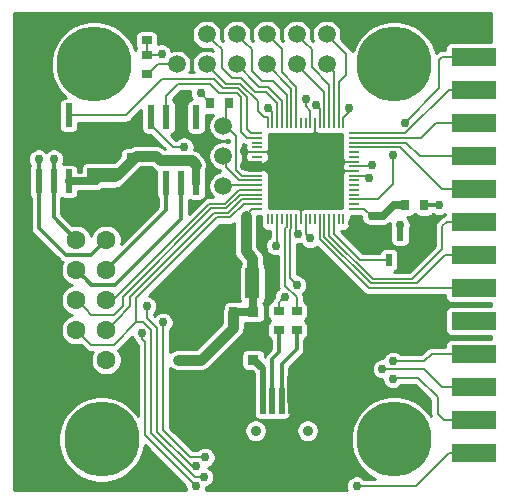
<source format=gtl>
G04 #@! TF.GenerationSoftware,KiCad,Pcbnew,(5.1.0-9-gc61ec8ee3)*
G04 #@! TF.CreationDate,2019-03-28T20:20:23-04:00*
G04 #@! TF.ProjectId,MPG_PSoC,4d50475f-5053-46f4-932e-6b696361645f,rev?*
G04 #@! TF.SameCoordinates,Original*
G04 #@! TF.FileFunction,Copper,L1,Top*
G04 #@! TF.FilePolarity,Positive*
%FSLAX46Y46*%
G04 Gerber Fmt 4.6, Leading zero omitted, Abs format (unit mm)*
G04 Created by KiCad (PCBNEW (5.1.0-9-gc61ec8ee3)) date 2019-03-28 20:20:23*
%MOMM*%
%LPD*%
G04 APERTURE LIST*
%ADD10R,5.000000X5.000000*%
%ADD11O,0.200000X1.000000*%
%ADD12O,1.000000X0.200000*%
%ADD13R,0.599440X1.998980*%
%ADD14C,6.350000*%
%ADD15R,0.700000X0.900000*%
%ADD16R,0.900000X0.700000*%
%ADD17R,1.200000X2.500000*%
%ADD18R,2.500000X1.200000*%
%ADD19R,0.950000X0.900000*%
%ADD20R,1.600000X1.600000*%
%ADD21C,1.600000*%
%ADD22R,2.197100X2.197100*%
%ADD23R,0.497840X2.197100*%
%ADD24C,0.899160*%
%ADD25R,3.810000X1.524000*%
%ADD26R,0.599440X1.000760*%
%ADD27C,1.500000*%
%ADD28C,0.762000*%
%ADD29C,0.203200*%
%ADD30C,0.635000*%
%ADD31C,0.889000*%
%ADD32C,0.304800*%
%ADD33C,0.508000*%
%ADD34C,0.254000*%
G04 APERTURE END LIST*
D10*
X152527000Y-78867000D03*
D11*
X149327000Y-74767000D03*
X149727000Y-74767000D03*
X150127000Y-74767000D03*
X150527000Y-74767000D03*
X150927000Y-74767000D03*
X151327000Y-74767000D03*
X151727000Y-74767000D03*
X152127000Y-74767000D03*
X152527000Y-74767000D03*
X152927000Y-74767000D03*
X153327000Y-74767000D03*
X153727000Y-74767000D03*
X154127000Y-74767000D03*
X154527000Y-74767000D03*
X154927000Y-74767000D03*
X155327000Y-74767000D03*
X155727000Y-74767000D03*
D12*
X156627000Y-75667000D03*
X156627000Y-76067000D03*
X156627000Y-76467000D03*
X156627000Y-76867000D03*
X156627000Y-77267000D03*
X156627000Y-77667000D03*
X156627000Y-78067000D03*
X156627000Y-78467000D03*
X156627000Y-78867000D03*
X156627000Y-79267000D03*
X156627000Y-79667000D03*
X156627000Y-80067000D03*
X156627000Y-80467000D03*
X156627000Y-80867000D03*
X156627000Y-81267000D03*
X156627000Y-81667000D03*
X156627000Y-82067000D03*
D11*
X155727000Y-82967000D03*
X155327000Y-82967000D03*
X154927000Y-82967000D03*
X154527000Y-82967000D03*
X154127000Y-82967000D03*
X153727000Y-82967000D03*
X153327000Y-82967000D03*
X152927000Y-82967000D03*
X152527000Y-82967000D03*
X152127000Y-82967000D03*
X151727000Y-82967000D03*
X151327000Y-82967000D03*
X150927000Y-82967000D03*
X150527000Y-82967000D03*
X150127000Y-82967000D03*
X149727000Y-82967000D03*
X149327000Y-82967000D03*
D12*
X148427000Y-82067000D03*
X148427000Y-81667000D03*
X148427000Y-81267000D03*
X148427000Y-80867000D03*
X148427000Y-80467000D03*
X148427000Y-80067000D03*
X148427000Y-79667000D03*
X148427000Y-79267000D03*
X148427000Y-78867000D03*
X148427000Y-78467000D03*
X148427000Y-78067000D03*
X148427000Y-77667000D03*
X148427000Y-77267000D03*
X148427000Y-76867000D03*
X148427000Y-76467000D03*
X148427000Y-76067000D03*
X148427000Y-75667000D03*
D13*
X143256000Y-79883000D03*
X141986000Y-79883000D03*
X140716000Y-79883000D03*
X139446000Y-79883000D03*
X139446000Y-74295000D03*
X140716000Y-74295000D03*
X141986000Y-74295000D03*
X143256000Y-74295000D03*
D14*
X160020000Y-101600000D03*
X160020000Y-69850000D03*
X135255000Y-101600000D03*
X134620000Y-69850000D03*
D15*
X144907000Y-90805000D03*
X146407000Y-90805000D03*
D16*
X137795000Y-77700000D03*
X137795000Y-76200000D03*
D17*
X145034000Y-88392000D03*
X148034000Y-88392000D03*
D18*
X135255000Y-79248000D03*
X135255000Y-76248000D03*
D19*
X148082000Y-94862000D03*
X148082000Y-90812000D03*
D20*
X133096000Y-94869000D03*
D21*
X135636000Y-94869000D03*
X133096000Y-92329000D03*
X135636000Y-92329000D03*
X133096000Y-89789000D03*
X135636000Y-89789000D03*
X133096000Y-87249000D03*
X135636000Y-87249000D03*
X133096000Y-84709000D03*
X135636000Y-84709000D03*
D22*
X154924760Y-98615500D03*
D23*
X148897340Y-98336100D03*
X149697440Y-98336100D03*
X150495000Y-98336100D03*
X151292560Y-98336100D03*
X152092660Y-98336100D03*
D24*
X148297900Y-100863400D03*
X152694640Y-100863400D03*
D22*
X146065240Y-98615500D03*
X146065240Y-104114600D03*
X154924760Y-104114600D03*
D25*
X166751000Y-102743000D03*
X166751000Y-99949000D03*
X166751000Y-97155000D03*
X166751000Y-94361000D03*
X166751000Y-91567000D03*
X166751000Y-88773000D03*
X166751000Y-85979000D03*
X166751000Y-83185000D03*
X166751000Y-80391000D03*
X166751000Y-77597000D03*
X166751000Y-74803000D03*
X166751000Y-72009000D03*
X166751000Y-69215000D03*
D26*
X161480500Y-86400640D03*
X160528000Y-84287360D03*
X159575500Y-86400640D03*
D16*
X150241000Y-90729000D03*
X150241000Y-92329000D03*
X151765000Y-92329000D03*
X151765000Y-90729000D03*
D15*
X162560000Y-81788000D03*
X160960000Y-81788000D03*
D27*
X144145000Y-69850000D03*
X144145000Y-67310000D03*
X146685000Y-69850000D03*
X146685000Y-67310000D03*
X149225000Y-69850000D03*
X149225000Y-67310000D03*
X151765000Y-69850000D03*
X151765000Y-67310000D03*
X154305000Y-69850000D03*
X154305000Y-67310000D03*
D13*
X132461000Y-74168000D03*
X131191000Y-74168000D03*
X129921000Y-74168000D03*
X128651000Y-74168000D03*
X128651000Y-79756000D03*
X129921000Y-79756000D03*
X131191000Y-79756000D03*
X132461000Y-79756000D03*
D27*
X141605000Y-69850000D03*
X141605000Y-67310000D03*
D16*
X139065000Y-67806000D03*
X139065000Y-66306000D03*
X139065000Y-70688000D03*
X139065000Y-69088000D03*
D15*
X144450000Y-73152000D03*
X146050000Y-73152000D03*
D27*
X145542000Y-75057000D03*
X145542000Y-77597000D03*
X145542000Y-80137000D03*
D28*
X153543000Y-104648000D03*
X154305000Y-80772000D03*
X150368000Y-78359000D03*
X154305000Y-78232000D03*
X154305000Y-79502000D03*
X162306000Y-85471000D03*
X147320000Y-77216000D03*
X147320000Y-78486000D03*
X128651000Y-72390000D03*
X129921000Y-72390000D03*
X131191000Y-72390000D03*
X135255000Y-75057000D03*
X138557000Y-79883000D03*
X141986000Y-72771000D03*
X152781000Y-96266000D03*
X151384000Y-96266000D03*
X150368000Y-79502000D03*
X150749000Y-76454000D03*
X154305000Y-76708000D03*
X157861000Y-85598000D03*
X145034000Y-86360000D03*
X144017984Y-90804984D03*
X156337002Y-84201000D03*
X149606000Y-88392000D03*
X152527000Y-87376000D03*
X148971000Y-85598000D03*
X154432000Y-91059000D03*
X141732000Y-96901000D03*
X144272000Y-99441000D03*
X141605000Y-100076000D03*
X145415000Y-101981000D03*
X146939000Y-101981000D03*
X158115000Y-91059000D03*
X137922000Y-98171000D03*
X162687000Y-93599000D03*
X137922000Y-96520000D03*
X162687000Y-91059000D03*
X158115000Y-93599000D03*
X156972000Y-104394000D03*
X150368000Y-80899000D03*
X156464000Y-83312000D03*
X158369000Y-83947000D03*
X155067000Y-87376000D03*
X130175000Y-99441000D03*
X135001000Y-81153000D03*
X137795000Y-82804000D03*
X137795000Y-75057000D03*
X141605000Y-88900000D03*
X151638000Y-102108000D03*
X149352000Y-102108000D03*
X156845000Y-98806000D03*
X156083000Y-100330000D03*
X144272000Y-97663000D03*
X143764000Y-76327000D03*
X142875000Y-81788000D03*
X151853975Y-84173494D03*
X158115000Y-82677000D03*
X158115000Y-78359000D03*
X156210000Y-73533000D03*
X152527000Y-72771000D03*
X149354517Y-73520414D03*
X141732000Y-94869000D03*
X139827000Y-77597000D03*
X147447000Y-82677028D03*
X143256000Y-78359000D03*
X157861000Y-79502000D03*
X152908000Y-84582000D03*
X153416000Y-73278978D03*
X143891000Y-104775008D03*
X159905494Y-96443387D03*
X143246596Y-105559564D03*
X138684008Y-92583000D03*
X156845000Y-105537000D03*
X144018000Y-103124012D03*
X140462020Y-91694000D03*
X159948534Y-94970564D03*
X143256006Y-103886000D03*
X139065000Y-90297000D03*
X159004000Y-95630974D03*
X131191000Y-77851000D03*
X129921000Y-77851000D03*
X160528000Y-83439000D03*
X163830000Y-81788000D03*
X159893000Y-77527400D03*
X160909000Y-74803000D03*
X150749000Y-89535000D03*
X151767898Y-88516305D03*
X149987000Y-85217000D03*
X142240000Y-76835012D03*
X140335000Y-68961000D03*
X143637000Y-72263000D03*
D29*
X161480500Y-86400640D02*
X161480500Y-86296500D01*
X161480500Y-86296500D02*
X162306000Y-85471000D01*
X148427000Y-77267000D02*
X147371000Y-77267000D01*
X147371000Y-77267000D02*
X147320000Y-77216000D01*
X148427000Y-78467000D02*
X147339000Y-78467000D01*
X147339000Y-78467000D02*
X147320000Y-78486000D01*
X147701000Y-78867000D02*
X147320000Y-78486000D01*
X148427000Y-78867000D02*
X147701000Y-78867000D01*
X147739000Y-78067000D02*
X147320000Y-78486000D01*
X148427000Y-78067000D02*
X147739000Y-78067000D01*
D30*
X128651000Y-74168000D02*
X128651000Y-72390000D01*
X129921000Y-74168000D02*
X129921000Y-72390000D01*
X131191000Y-74168000D02*
X131191000Y-72390000D01*
X135255000Y-76248000D02*
X135255000Y-75057000D01*
X139446000Y-79883000D02*
X138557000Y-79883000D01*
X141986000Y-74295000D02*
X141986000Y-72771000D01*
X152092660Y-98336100D02*
X152092660Y-96954340D01*
X152092660Y-96954340D02*
X152781000Y-96266000D01*
X151292560Y-98336100D02*
X151292560Y-96357440D01*
X151292560Y-96357440D02*
X151384000Y-96266000D01*
D29*
X152127000Y-79267000D02*
X152527000Y-78867000D01*
X152127000Y-82967000D02*
X152127000Y-79267000D01*
D31*
X145034000Y-88392000D02*
X145034000Y-86360000D01*
X144907000Y-90805000D02*
X144906984Y-90804984D01*
X144556799Y-90804984D02*
X144017984Y-90804984D01*
X144906984Y-90804984D02*
X144556799Y-90804984D01*
X144907000Y-88519000D02*
X145034000Y-88392000D01*
X144907000Y-90805000D02*
X144907000Y-88519000D01*
D29*
X153327000Y-78067000D02*
X152527000Y-78867000D01*
X156627000Y-78067000D02*
X153327000Y-78067000D01*
X156627000Y-78867000D02*
X152527000Y-78867000D01*
X153347590Y-78046410D02*
X152527000Y-78867000D01*
X153347590Y-74926419D02*
X153347590Y-78046410D01*
X153327000Y-74767000D02*
X153327000Y-74905829D01*
X153327000Y-74905829D02*
X153347590Y-74926419D01*
X150927000Y-77267000D02*
X152527000Y-78867000D01*
X148427000Y-77267000D02*
X150927000Y-77267000D01*
D30*
X134747000Y-79756000D02*
X135255000Y-79248000D01*
X132461000Y-79756000D02*
X134747000Y-79756000D01*
D31*
X135255000Y-79248000D02*
X136525000Y-79248000D01*
X136525000Y-79248000D02*
X138176000Y-77597000D01*
D30*
X146414000Y-90812000D02*
X146407000Y-90805000D01*
X148082000Y-90812000D02*
X146414000Y-90812000D01*
X148082000Y-88440000D02*
X148034000Y-88392000D01*
X148082000Y-90812000D02*
X148082000Y-88440000D01*
D29*
X151727000Y-84046519D02*
X151853975Y-84173494D01*
X151727000Y-82967000D02*
X151727000Y-84046519D01*
X156627000Y-82067000D02*
X157505000Y-82067000D01*
X157505000Y-82067000D02*
X158115000Y-82677000D01*
X156627000Y-78467000D02*
X158007000Y-78467000D01*
X158007000Y-78467000D02*
X158115000Y-78359000D01*
X156210000Y-73884000D02*
X156210000Y-73533000D01*
X155727000Y-74767000D02*
X155727000Y-74367000D01*
X155727000Y-74367000D02*
X156210000Y-73884000D01*
X152527000Y-73367372D02*
X152527000Y-72771000D01*
X152927000Y-74767000D02*
X152927000Y-73767372D01*
X152927000Y-73767372D02*
X152527000Y-73367372D01*
X149727000Y-73892897D02*
X149354517Y-73520414D01*
X149727000Y-74767000D02*
X149727000Y-73892897D01*
D30*
X159086000Y-82677000D02*
X158115000Y-82677000D01*
X160960000Y-81788000D02*
X159975000Y-81788000D01*
X159975000Y-81788000D02*
X159086000Y-82677000D01*
D31*
X146407000Y-92144000D02*
X143682000Y-94869000D01*
X146407000Y-90805000D02*
X146407000Y-92144000D01*
X143682000Y-94869000D02*
X141732000Y-94869000D01*
X138176000Y-77597000D02*
X139827000Y-77597000D01*
D29*
X147447000Y-82647000D02*
X147447000Y-82677028D01*
X148427000Y-82067000D02*
X148027000Y-82067000D01*
X148027000Y-82067000D02*
X147447000Y-82647000D01*
D31*
X148034000Y-86253000D02*
X147447000Y-85666000D01*
X147447000Y-85666000D02*
X147447000Y-82677028D01*
X148034000Y-88392000D02*
X148034000Y-86253000D01*
D30*
X143256000Y-79883000D02*
X143256000Y-78359000D01*
D29*
X140003000Y-69850000D02*
X141605000Y-69850000D01*
X139065000Y-70688000D02*
X139165000Y-70688000D01*
X139165000Y-70688000D02*
X140003000Y-69850000D01*
D31*
X142875000Y-77978000D02*
X143256000Y-78359000D01*
X139827000Y-77597000D02*
X140208000Y-77978000D01*
X140208000Y-77978000D02*
X142875000Y-77978000D01*
D29*
X157626000Y-79267000D02*
X157861000Y-79502000D01*
X156627000Y-79267000D02*
X157626000Y-79267000D01*
X152527000Y-82967000D02*
X152527001Y-84201001D01*
X152527001Y-84201001D02*
X152908000Y-84582000D01*
X153727000Y-74767000D02*
X153727000Y-73589978D01*
X153727000Y-73589978D02*
X153416000Y-73278978D01*
X138772396Y-91694000D02*
X138176000Y-91694000D01*
X139446000Y-92367604D02*
X138772396Y-91694000D01*
X139446000Y-101092000D02*
X139446000Y-92367604D01*
X143891000Y-104775008D02*
X143129008Y-104775008D01*
X143129008Y-104775008D02*
X139446000Y-101092000D01*
X164211000Y-99949000D02*
X166751000Y-99949000D01*
X163703000Y-99441000D02*
X164211000Y-99949000D01*
X163703000Y-98044000D02*
X163703000Y-99441000D01*
X162052000Y-96393000D02*
X163703000Y-98044000D01*
X159905494Y-96443387D02*
X159955881Y-96393000D01*
X159955881Y-96393000D02*
X162052000Y-96393000D01*
X134366000Y-93599000D02*
X133096000Y-92329000D01*
X138176000Y-91694000D02*
X136271000Y-93599000D01*
X136271000Y-93599000D02*
X134366000Y-93599000D01*
X148427000Y-81667000D02*
X147279490Y-81667000D01*
X147279490Y-81667000D02*
X146142457Y-82804033D01*
X146142457Y-82804033D02*
X145033967Y-82804033D01*
X138176000Y-89662000D02*
X138176000Y-91694000D01*
X145033967Y-82804033D02*
X138176000Y-89662000D01*
X138938000Y-101250968D02*
X138938000Y-93375807D01*
X143246596Y-105559564D02*
X138938000Y-101250968D01*
X138938000Y-93375807D02*
X138684008Y-93121815D01*
X138684008Y-93121815D02*
X138684008Y-92583000D01*
X157383815Y-105537000D02*
X156845000Y-105537000D01*
X161848800Y-105537000D02*
X157383815Y-105537000D01*
X164642800Y-102743000D02*
X161848800Y-105537000D01*
X166751000Y-102743000D02*
X164642800Y-102743000D01*
X136435999Y-91529001D02*
X135636000Y-92329000D01*
X137668000Y-90297000D02*
X136435999Y-91529001D01*
X137668000Y-89535000D02*
X137668000Y-90297000D01*
X144779978Y-82423022D02*
X137668000Y-89535000D01*
X145984638Y-82423022D02*
X144779978Y-82423022D01*
X147140660Y-81267000D02*
X145984638Y-82423022D01*
X148427000Y-81267000D02*
X147140660Y-81267000D01*
X140462020Y-92232815D02*
X140462020Y-91694000D01*
X140462020Y-100838020D02*
X140462020Y-92232815D01*
X144018000Y-103124012D02*
X142748012Y-103124012D01*
X142748012Y-103124012D02*
X140462020Y-100838020D01*
X159973970Y-94996000D02*
X159948534Y-94970564D01*
X162560000Y-94996000D02*
X159973970Y-94996000D01*
X166751000Y-94361000D02*
X163195000Y-94361000D01*
X163195000Y-94361000D02*
X162560000Y-94996000D01*
X148427000Y-80867000D02*
X147001830Y-80867000D01*
X147001830Y-80867000D02*
X145826819Y-82042011D01*
X145826819Y-82042011D02*
X144525991Y-82042011D01*
X144525991Y-82042011D02*
X137033000Y-89535002D01*
X137033000Y-89535002D02*
X137033000Y-90297000D01*
X134366000Y-91059000D02*
X133895999Y-90588999D01*
X133895999Y-90588999D02*
X133096000Y-89789000D01*
X136271000Y-91059000D02*
X134366000Y-91059000D01*
X137033000Y-90297000D02*
X136271000Y-91059000D01*
X139065000Y-90835815D02*
X139065000Y-90297000D01*
X139065000Y-91313000D02*
X139065000Y-90835815D01*
X139954000Y-92202000D02*
X139065000Y-91313000D01*
X139954000Y-100965000D02*
X139954000Y-92202000D01*
X143256006Y-103886000D02*
X142875000Y-103886000D01*
X142875000Y-103886000D02*
X139954000Y-100965000D01*
X159542815Y-95630974D02*
X159004000Y-95630974D01*
X162559974Y-95630974D02*
X159542815Y-95630974D01*
X166751000Y-97155000D02*
X164084000Y-97155000D01*
X164084000Y-97155000D02*
X162559974Y-95630974D01*
X136240172Y-89789000D02*
X135636000Y-89789000D01*
X144368172Y-81661000D02*
X136240172Y-89789000D01*
X145669000Y-81661000D02*
X144368172Y-81661000D01*
X146883590Y-80446410D02*
X145669000Y-81661000D01*
X148010410Y-80446410D02*
X146883590Y-80446410D01*
X148031000Y-80467000D02*
X148010410Y-80446410D01*
X148427000Y-80467000D02*
X148031000Y-80467000D01*
D32*
X133895999Y-88048999D02*
X133096000Y-87249000D01*
X134366000Y-88519000D02*
X133895999Y-88048999D01*
X136398000Y-88519000D02*
X134366000Y-88519000D01*
X141986000Y-79883000D02*
X141986000Y-82931000D01*
X141986000Y-82931000D02*
X136398000Y-88519000D01*
X140716000Y-82169000D02*
X140716000Y-79883000D01*
X135636000Y-87249000D02*
X140716000Y-82169000D01*
X131191000Y-82804000D02*
X133096000Y-84709000D01*
X131191000Y-79756000D02*
X131191000Y-82804000D01*
X131191000Y-79756000D02*
X131191000Y-77851000D01*
X129921000Y-81060290D02*
X129921000Y-79756000D01*
X129921000Y-83693000D02*
X129921000Y-81060290D01*
X132207000Y-85979000D02*
X129921000Y-83693000D01*
X135636000Y-84709000D02*
X134366000Y-85979000D01*
X134366000Y-85979000D02*
X132207000Y-85979000D01*
X129921000Y-79756000D02*
X129921000Y-77851000D01*
X149697440Y-98336100D02*
X149697440Y-94777560D01*
X150241000Y-94234000D02*
X150241000Y-92329000D01*
X149697440Y-94777560D02*
X150241000Y-94234000D01*
X160528000Y-84287360D02*
X160528000Y-83439000D01*
X162560000Y-81788000D02*
X163830000Y-81788000D01*
D29*
X164642800Y-88773000D02*
X166751000Y-88773000D01*
X157861000Y-88773000D02*
X164642800Y-88773000D01*
X153727000Y-82967000D02*
X153727000Y-84639000D01*
X153727000Y-84639000D02*
X157861000Y-88773000D01*
X154127000Y-83487125D02*
X154127000Y-82967000D01*
X154127000Y-84465659D02*
X154127000Y-83487125D01*
X158053330Y-88391989D02*
X154127000Y-84465659D01*
X161925011Y-88391989D02*
X158053330Y-88391989D01*
X166751000Y-85979000D02*
X164338000Y-85979000D01*
X164338000Y-85979000D02*
X161925011Y-88391989D01*
X164465000Y-83185000D02*
X166751000Y-83185000D01*
X164084000Y-83566000D02*
X164465000Y-83185000D01*
X154529197Y-82969197D02*
X154529197Y-84329026D01*
X154527000Y-82967000D02*
X154529197Y-82969197D01*
X154529197Y-84329026D02*
X158211149Y-88010978D01*
X158211149Y-88010978D02*
X161513192Y-88010978D01*
X161513192Y-88010978D02*
X164084000Y-85440170D01*
X164084000Y-85440170D02*
X164084000Y-83566000D01*
X164084000Y-80391000D02*
X164642800Y-80391000D01*
X164642800Y-80391000D02*
X166751000Y-80391000D01*
X160560000Y-76867000D02*
X164084000Y-80391000D01*
X156627000Y-76867000D02*
X160560000Y-76867000D01*
X164642800Y-77597000D02*
X166751000Y-77597000D01*
X162179000Y-77597000D02*
X164642800Y-77597000D01*
X156627000Y-76467000D02*
X161049000Y-76467000D01*
X161049000Y-76467000D02*
X162179000Y-77597000D01*
X164642800Y-74803000D02*
X166751000Y-74803000D01*
X163576000Y-74803000D02*
X164642800Y-74803000D01*
X156627000Y-76067000D02*
X162312000Y-76067000D01*
X162312000Y-76067000D02*
X163576000Y-74803000D01*
X164642800Y-72009000D02*
X166751000Y-72009000D01*
X156627000Y-75667000D02*
X160984800Y-75667000D01*
X160984800Y-75667000D02*
X164642800Y-72009000D01*
X158636000Y-81267000D02*
X156627000Y-81267000D01*
X159893000Y-77527400D02*
X159893000Y-80010000D01*
X159893000Y-80010000D02*
X158636000Y-81267000D01*
X163830000Y-71882000D02*
X160909000Y-74803000D01*
X163830000Y-69469000D02*
X163830000Y-71882000D01*
X166751000Y-69215000D02*
X164084000Y-69215000D01*
X164084000Y-69215000D02*
X163830000Y-69469000D01*
X154927000Y-84188000D02*
X157139640Y-86400640D01*
X154927000Y-82967000D02*
X154927000Y-84188000D01*
X157139640Y-86400640D02*
X159575500Y-86400640D01*
X150241000Y-90729000D02*
X150241000Y-90043000D01*
X150241000Y-90043000D02*
X150368001Y-89915999D01*
X150368001Y-89915999D02*
X150749000Y-89535000D01*
X151327000Y-83723075D02*
X151193574Y-83856501D01*
X151193574Y-87941981D02*
X151386899Y-88135306D01*
X151327000Y-82967000D02*
X151327000Y-83723075D01*
X151193574Y-83856501D02*
X151193574Y-87941981D01*
X151386899Y-88135306D02*
X151767898Y-88516305D01*
X150812563Y-88582563D02*
X151765000Y-89535000D01*
X150927000Y-83584245D02*
X150812563Y-83698682D01*
X151765000Y-89535000D02*
X151765000Y-90175800D01*
X150927000Y-82967000D02*
X150927000Y-83584245D01*
X151765000Y-90175800D02*
X151765000Y-90729000D01*
X150812563Y-83698682D02*
X150812563Y-88582563D01*
X148971000Y-74295000D02*
X148463000Y-73787000D01*
X148463000Y-73787000D02*
X148463000Y-72963340D01*
X148463000Y-72963340D02*
X147000638Y-71500978D01*
X147000638Y-71500978D02*
X145795978Y-71500978D01*
X144894999Y-70599999D02*
X144145000Y-69850000D01*
X145795978Y-71500978D02*
X144894999Y-70599999D01*
X149345990Y-74295000D02*
X148971000Y-74295000D01*
X144894999Y-68059999D02*
X144145000Y-67310000D01*
X145415000Y-68580000D02*
X144894999Y-68059999D01*
X145415000Y-70144122D02*
X145415000Y-68580000D01*
X146263878Y-70993000D02*
X145415000Y-70144122D01*
X150127000Y-73121550D02*
X149209850Y-72204400D01*
X150127000Y-74767000D02*
X150127000Y-73121550D01*
X149209850Y-72204400D02*
X148267600Y-72204400D01*
X148267600Y-72204400D02*
X148267600Y-72194600D01*
X148267600Y-72194600D02*
X147066000Y-70993000D01*
X147066000Y-70993000D02*
X146263878Y-70993000D01*
X148526500Y-71691500D02*
X146685000Y-69850000D01*
X148590000Y-71755000D02*
X148526500Y-71691500D01*
X149352000Y-71755000D02*
X148590000Y-71755000D01*
X150527000Y-74767000D02*
X150527000Y-72930000D01*
X150527000Y-72930000D02*
X149352000Y-71755000D01*
X147434999Y-68059999D02*
X146685000Y-67310000D01*
X150927000Y-72441000D02*
X149760532Y-71274532D01*
X150927000Y-74767000D02*
X150927000Y-72441000D01*
X149760532Y-71274532D02*
X148816468Y-71274532D01*
X148816468Y-71274532D02*
X147955000Y-70413065D01*
X147955000Y-70413065D02*
X147955000Y-68580000D01*
X147955000Y-68580000D02*
X147434999Y-68059999D01*
X151327000Y-71952000D02*
X149225000Y-69850000D01*
X151327000Y-74767000D02*
X151327000Y-71952000D01*
X150495000Y-68580000D02*
X149225000Y-67310000D01*
X150495000Y-70485000D02*
X150495000Y-68580000D01*
X151727000Y-74767000D02*
X151727000Y-71717000D01*
X151727000Y-71717000D02*
X150495000Y-70485000D01*
X152514999Y-70599999D02*
X151765000Y-69850000D01*
X154127000Y-74767000D02*
X154127000Y-72212000D01*
X154127000Y-72212000D02*
X152514999Y-70599999D01*
X152514999Y-68059999D02*
X151765000Y-67310000D01*
X153035000Y-68580000D02*
X152514999Y-68059999D01*
X153035000Y-70103514D02*
X153035000Y-68580000D01*
X154527000Y-74767000D02*
X154527000Y-71595514D01*
X154527000Y-71595514D02*
X153035000Y-70103514D01*
X154927000Y-70472000D02*
X154305000Y-69850000D01*
X154927000Y-74767000D02*
X154927000Y-70472000D01*
X155054999Y-68059999D02*
X154305000Y-67310000D01*
X155956000Y-68961000D02*
X155054999Y-68059999D01*
X155956000Y-70739000D02*
X155956000Y-68961000D01*
X155327000Y-74767000D02*
X155327000Y-71368000D01*
X155327000Y-71368000D02*
X155956000Y-70739000D01*
X150127000Y-85077000D02*
X149987000Y-85217000D01*
X150127000Y-82967000D02*
X150127000Y-85077000D01*
X141701185Y-76835012D02*
X142240000Y-76835012D01*
X139446000Y-74994770D02*
X141286242Y-76835012D01*
X141286242Y-76835012D02*
X141701185Y-76835012D01*
X139446000Y-74295000D02*
X139446000Y-74994770D01*
X147568000Y-76067000D02*
X148427000Y-76067000D01*
X147066000Y-75565000D02*
X147568000Y-76067000D01*
X147066000Y-72644000D02*
X147066000Y-75565000D01*
X146685000Y-72263000D02*
X147066000Y-72644000D01*
X145161000Y-72263000D02*
X146685000Y-72263000D01*
X144406434Y-71508434D02*
X145161000Y-72263000D01*
X141724566Y-71508434D02*
X144406434Y-71508434D01*
X140716000Y-72517000D02*
X141724566Y-71508434D01*
X140716000Y-74295000D02*
X140716000Y-72517000D01*
X147930000Y-75667000D02*
X148427000Y-75667000D01*
X147574000Y-75311000D02*
X147930000Y-75667000D01*
X147574000Y-72613170D02*
X147574000Y-75311000D01*
X137287000Y-74168000D02*
X140335000Y-71120000D01*
X132461000Y-74168000D02*
X137287000Y-74168000D01*
X140335000Y-71120000D02*
X144780000Y-71120000D01*
X144780000Y-71120000D02*
X145541989Y-71881989D01*
X145541989Y-71881989D02*
X146842819Y-71881989D01*
X146842819Y-71881989D02*
X147574000Y-72613170D01*
D32*
X151765000Y-92983800D02*
X151765000Y-92329000D01*
X151765000Y-93980000D02*
X151765000Y-92983800D01*
X150495000Y-98336100D02*
X150495000Y-95250000D01*
X150495000Y-95250000D02*
X151765000Y-93980000D01*
D33*
X148897340Y-95550340D02*
X148209000Y-94862000D01*
X148897340Y-98336100D02*
X148897340Y-95550340D01*
X148770340Y-95550340D02*
X148082000Y-94862000D01*
X148897340Y-95550340D02*
X148770340Y-95550340D01*
D29*
X140208000Y-69088000D02*
X140335000Y-68961000D01*
X139065000Y-69088000D02*
X140208000Y-69088000D01*
X139065000Y-67806000D02*
X139065000Y-69088000D01*
X144450000Y-73076000D02*
X143637000Y-72263000D01*
X144450000Y-73152000D02*
X144450000Y-73076000D01*
X145796000Y-74803000D02*
X145542000Y-75057000D01*
X146050000Y-73152000D02*
X145796000Y-73406000D01*
X145796000Y-73406000D02*
X145796000Y-74803000D01*
X145796000Y-75057000D02*
X145542000Y-75057000D01*
X146659599Y-75920599D02*
X145796000Y-75057000D01*
X146659599Y-78802993D02*
X146659599Y-75920599D01*
X148427000Y-79267000D02*
X147123606Y-79267000D01*
X147123606Y-79267000D02*
X146659599Y-78802993D01*
X145542000Y-77597000D02*
X145796000Y-77851000D01*
X145796000Y-78537512D02*
X145796000Y-78359000D01*
X146923888Y-79665400D02*
X145796000Y-78537512D01*
X148427000Y-79665400D02*
X146923888Y-79665400D01*
X145796000Y-77851000D02*
X145796000Y-78359000D01*
X145632590Y-80046410D02*
X145542000Y-80137000D01*
X148427000Y-80067000D02*
X148406410Y-80046410D01*
X148406410Y-80046410D02*
X145632590Y-80046410D01*
D34*
G36*
X168194617Y-67942543D02*
G01*
X164846000Y-67942543D01*
X164746415Y-67952351D01*
X164650657Y-67981399D01*
X164562405Y-68028571D01*
X164485052Y-68092052D01*
X164421571Y-68169405D01*
X164374399Y-68257657D01*
X164345351Y-68353415D01*
X164335543Y-68453000D01*
X164335543Y-68605400D01*
X164113938Y-68605400D01*
X164083999Y-68602451D01*
X164054060Y-68605400D01*
X164054059Y-68605400D01*
X163964498Y-68614221D01*
X163849588Y-68649079D01*
X163743686Y-68705684D01*
X163650862Y-68781862D01*
X163631765Y-68805132D01*
X163578009Y-68858888D01*
X163561464Y-68775709D01*
X163283832Y-68105446D01*
X162880773Y-67502225D01*
X162367775Y-66989227D01*
X161764554Y-66586168D01*
X161094291Y-66308536D01*
X160382744Y-66167000D01*
X159657256Y-66167000D01*
X158945709Y-66308536D01*
X158275446Y-66586168D01*
X157672225Y-66989227D01*
X157159227Y-67502225D01*
X156756168Y-68105446D01*
X156508941Y-68702304D01*
X156483583Y-68654862D01*
X156465316Y-68620686D01*
X156389138Y-68527862D01*
X156365873Y-68508769D01*
X155517873Y-67660770D01*
X155563000Y-67433902D01*
X155563000Y-67186098D01*
X155514656Y-66943055D01*
X155419825Y-66714114D01*
X155282152Y-66508072D01*
X155106928Y-66332848D01*
X154900886Y-66195175D01*
X154671945Y-66100344D01*
X154428902Y-66052000D01*
X154181098Y-66052000D01*
X153938055Y-66100344D01*
X153709114Y-66195175D01*
X153503072Y-66332848D01*
X153327848Y-66508072D01*
X153190175Y-66714114D01*
X153095344Y-66943055D01*
X153047000Y-67186098D01*
X153047000Y-67433902D01*
X153095344Y-67676945D01*
X153166971Y-67849867D01*
X152977873Y-67660770D01*
X153023000Y-67433902D01*
X153023000Y-67186098D01*
X152974656Y-66943055D01*
X152879825Y-66714114D01*
X152742152Y-66508072D01*
X152566928Y-66332848D01*
X152360886Y-66195175D01*
X152131945Y-66100344D01*
X151888902Y-66052000D01*
X151641098Y-66052000D01*
X151398055Y-66100344D01*
X151169114Y-66195175D01*
X150963072Y-66332848D01*
X150787848Y-66508072D01*
X150650175Y-66714114D01*
X150555344Y-66943055D01*
X150507000Y-67186098D01*
X150507000Y-67433902D01*
X150555344Y-67676945D01*
X150626971Y-67849867D01*
X150437873Y-67660770D01*
X150483000Y-67433902D01*
X150483000Y-67186098D01*
X150434656Y-66943055D01*
X150339825Y-66714114D01*
X150202152Y-66508072D01*
X150026928Y-66332848D01*
X149820886Y-66195175D01*
X149591945Y-66100344D01*
X149348902Y-66052000D01*
X149101098Y-66052000D01*
X148858055Y-66100344D01*
X148629114Y-66195175D01*
X148423072Y-66332848D01*
X148247848Y-66508072D01*
X148110175Y-66714114D01*
X148015344Y-66943055D01*
X147967000Y-67186098D01*
X147967000Y-67433902D01*
X148015344Y-67676945D01*
X148086971Y-67849867D01*
X147897873Y-67660770D01*
X147943000Y-67433902D01*
X147943000Y-67186098D01*
X147894656Y-66943055D01*
X147799825Y-66714114D01*
X147662152Y-66508072D01*
X147486928Y-66332848D01*
X147280886Y-66195175D01*
X147051945Y-66100344D01*
X146808902Y-66052000D01*
X146561098Y-66052000D01*
X146318055Y-66100344D01*
X146089114Y-66195175D01*
X145883072Y-66332848D01*
X145707848Y-66508072D01*
X145570175Y-66714114D01*
X145475344Y-66943055D01*
X145427000Y-67186098D01*
X145427000Y-67433902D01*
X145475344Y-67676945D01*
X145546971Y-67849867D01*
X145357873Y-67660770D01*
X145403000Y-67433902D01*
X145403000Y-67186098D01*
X145354656Y-66943055D01*
X145259825Y-66714114D01*
X145122152Y-66508072D01*
X144946928Y-66332848D01*
X144740886Y-66195175D01*
X144511945Y-66100344D01*
X144268902Y-66052000D01*
X144021098Y-66052000D01*
X143778055Y-66100344D01*
X143549114Y-66195175D01*
X143343072Y-66332848D01*
X143167848Y-66508072D01*
X143030175Y-66714114D01*
X142935344Y-66943055D01*
X142887000Y-67186098D01*
X142887000Y-67433902D01*
X142935344Y-67676945D01*
X143030175Y-67905886D01*
X143167848Y-68111928D01*
X143343072Y-68287152D01*
X143549114Y-68424825D01*
X143778055Y-68519656D01*
X144021098Y-68568000D01*
X144268902Y-68568000D01*
X144495770Y-68522873D01*
X144684867Y-68711971D01*
X144511945Y-68640344D01*
X144268902Y-68592000D01*
X144021098Y-68592000D01*
X143778055Y-68640344D01*
X143549114Y-68735175D01*
X143343072Y-68872848D01*
X143167848Y-69048072D01*
X143030175Y-69254114D01*
X142935344Y-69483055D01*
X142887000Y-69726098D01*
X142887000Y-69973902D01*
X142935344Y-70216945D01*
X143030175Y-70445886D01*
X143073282Y-70510400D01*
X142676718Y-70510400D01*
X142719825Y-70445886D01*
X142814656Y-70216945D01*
X142863000Y-69973902D01*
X142863000Y-69726098D01*
X142814656Y-69483055D01*
X142719825Y-69254114D01*
X142582152Y-69048072D01*
X142406928Y-68872848D01*
X142200886Y-68735175D01*
X141971945Y-68640344D01*
X141728902Y-68592000D01*
X141481098Y-68592000D01*
X141238055Y-68640344D01*
X141175209Y-68666376D01*
X141122821Y-68539901D01*
X141025531Y-68394296D01*
X140901704Y-68270469D01*
X140756099Y-68173179D01*
X140594312Y-68106164D01*
X140422559Y-68072000D01*
X140247441Y-68072000D01*
X140075688Y-68106164D01*
X140025457Y-68126971D01*
X140025457Y-67456000D01*
X140015649Y-67356415D01*
X139986601Y-67260657D01*
X139939429Y-67172405D01*
X139875948Y-67095052D01*
X139798595Y-67031571D01*
X139710343Y-66984399D01*
X139614585Y-66955351D01*
X139515000Y-66945543D01*
X138615000Y-66945543D01*
X138515415Y-66955351D01*
X138419657Y-66984399D01*
X138331405Y-67031571D01*
X138254052Y-67095052D01*
X138190571Y-67172405D01*
X138143399Y-67260657D01*
X138114351Y-67356415D01*
X138104543Y-67456000D01*
X138104543Y-68156000D01*
X138114351Y-68255585D01*
X138143399Y-68351343D01*
X138190571Y-68439595D01*
X138196648Y-68447000D01*
X138190571Y-68454405D01*
X138143399Y-68542657D01*
X138114351Y-68638415D01*
X138112477Y-68657444D01*
X137883832Y-68105446D01*
X137480773Y-67502225D01*
X136967775Y-66989227D01*
X136364554Y-66586168D01*
X135694291Y-66308536D01*
X134982744Y-66167000D01*
X134257256Y-66167000D01*
X133545709Y-66308536D01*
X132875446Y-66586168D01*
X132272225Y-66989227D01*
X131759227Y-67502225D01*
X131356168Y-68105446D01*
X131078536Y-68775709D01*
X130937000Y-69487256D01*
X130937000Y-70212744D01*
X131078536Y-70924291D01*
X131356168Y-71594554D01*
X131759227Y-72197775D01*
X132219505Y-72658053D01*
X132161280Y-72658053D01*
X132061695Y-72667861D01*
X131965937Y-72696909D01*
X131877685Y-72744081D01*
X131800332Y-72807562D01*
X131736851Y-72884915D01*
X131689679Y-72973167D01*
X131660631Y-73068925D01*
X131650823Y-73168510D01*
X131650823Y-75167490D01*
X131660631Y-75267075D01*
X131689679Y-75362833D01*
X131736851Y-75451085D01*
X131800332Y-75528438D01*
X131877685Y-75591919D01*
X131965937Y-75639091D01*
X132061695Y-75668139D01*
X132161280Y-75677947D01*
X132760720Y-75677947D01*
X132860305Y-75668139D01*
X132956063Y-75639091D01*
X133044315Y-75591919D01*
X133121668Y-75528438D01*
X133185149Y-75451085D01*
X133232321Y-75362833D01*
X133261369Y-75267075D01*
X133271177Y-75167490D01*
X133271177Y-74777600D01*
X137257059Y-74777600D01*
X137287000Y-74780549D01*
X137316941Y-74777600D01*
X137406502Y-74768779D01*
X137521412Y-74733921D01*
X137627314Y-74677316D01*
X137720138Y-74601138D01*
X137739235Y-74577868D01*
X138635823Y-73681280D01*
X138635823Y-75294490D01*
X138645631Y-75394075D01*
X138674679Y-75489833D01*
X138721851Y-75578085D01*
X138785332Y-75655438D01*
X138862685Y-75718919D01*
X138950937Y-75766091D01*
X139046695Y-75795139D01*
X139146280Y-75804947D01*
X139394074Y-75804947D01*
X140614626Y-77025500D01*
X140602538Y-77025500D01*
X140533608Y-76956570D01*
X140503778Y-76920222D01*
X140358741Y-76801194D01*
X140193269Y-76712748D01*
X140013723Y-76658283D01*
X139873785Y-76644500D01*
X139827000Y-76639892D01*
X139780215Y-76644500D01*
X138222785Y-76644500D01*
X138176000Y-76639892D01*
X138129215Y-76644500D01*
X137989277Y-76658283D01*
X137919173Y-76679549D01*
X137809730Y-76712748D01*
X137759533Y-76739579D01*
X137644259Y-76801194D01*
X137597530Y-76839543D01*
X137345000Y-76839543D01*
X137245415Y-76849351D01*
X137149657Y-76878399D01*
X137061405Y-76925571D01*
X136984052Y-76989052D01*
X136920571Y-77066405D01*
X136873399Y-77154657D01*
X136844351Y-77250415D01*
X136834543Y-77350000D01*
X136834543Y-77591419D01*
X136288419Y-78137543D01*
X134005000Y-78137543D01*
X133905415Y-78147351D01*
X133809657Y-78176399D01*
X133721405Y-78223571D01*
X133644052Y-78287052D01*
X133580571Y-78364405D01*
X133533399Y-78452657D01*
X133504351Y-78548415D01*
X133494543Y-78648000D01*
X133494543Y-78930500D01*
X133271177Y-78930500D01*
X133271177Y-78756510D01*
X133261369Y-78656925D01*
X133232321Y-78561167D01*
X133185149Y-78472915D01*
X133121668Y-78395562D01*
X133044315Y-78332081D01*
X132956063Y-78284909D01*
X132860305Y-78255861D01*
X132760720Y-78246053D01*
X132161280Y-78246053D01*
X132061695Y-78255861D01*
X131971361Y-78283264D01*
X131978821Y-78272099D01*
X132045836Y-78110312D01*
X132080000Y-77938559D01*
X132080000Y-77763441D01*
X132045836Y-77591688D01*
X131978821Y-77429901D01*
X131881531Y-77284296D01*
X131757704Y-77160469D01*
X131612099Y-77063179D01*
X131450312Y-76996164D01*
X131278559Y-76962000D01*
X131103441Y-76962000D01*
X130931688Y-76996164D01*
X130769901Y-77063179D01*
X130624296Y-77160469D01*
X130556000Y-77228765D01*
X130487704Y-77160469D01*
X130342099Y-77063179D01*
X130180312Y-76996164D01*
X130008559Y-76962000D01*
X129833441Y-76962000D01*
X129661688Y-76996164D01*
X129499901Y-77063179D01*
X129354296Y-77160469D01*
X129230469Y-77284296D01*
X129133179Y-77429901D01*
X129066164Y-77591688D01*
X129032000Y-77763441D01*
X129032000Y-77938559D01*
X129066164Y-78110312D01*
X129133179Y-78272099D01*
X129230469Y-78417704D01*
X129236891Y-78424126D01*
X129196851Y-78472915D01*
X129149679Y-78561167D01*
X129120631Y-78656925D01*
X129110823Y-78756510D01*
X129110823Y-80755490D01*
X129120631Y-80855075D01*
X129149679Y-80950833D01*
X129196851Y-81039085D01*
X129260332Y-81116438D01*
X129260601Y-81116659D01*
X129260600Y-83660561D01*
X129257405Y-83693000D01*
X129267412Y-83794600D01*
X129270156Y-83822460D01*
X129307918Y-83946946D01*
X129369241Y-84061673D01*
X129451767Y-84162233D01*
X129476972Y-84182918D01*
X131717086Y-86423033D01*
X131737767Y-86448233D01*
X131838326Y-86530759D01*
X131953053Y-86592082D01*
X131960343Y-86594293D01*
X131936865Y-86629430D01*
X131838266Y-86867470D01*
X131788000Y-87120173D01*
X131788000Y-87377827D01*
X131838266Y-87630530D01*
X131936865Y-87868570D01*
X132080010Y-88082801D01*
X132262199Y-88264990D01*
X132476430Y-88408135D01*
X132714470Y-88506734D01*
X132776135Y-88519000D01*
X132714470Y-88531266D01*
X132476430Y-88629865D01*
X132262199Y-88773010D01*
X132080010Y-88955199D01*
X131936865Y-89169430D01*
X131838266Y-89407470D01*
X131788000Y-89660173D01*
X131788000Y-89917827D01*
X131838266Y-90170530D01*
X131936865Y-90408570D01*
X132080010Y-90622801D01*
X132262199Y-90804990D01*
X132476430Y-90948135D01*
X132714470Y-91046734D01*
X132776135Y-91059000D01*
X132714470Y-91071266D01*
X132476430Y-91169865D01*
X132262199Y-91313010D01*
X132080010Y-91495199D01*
X131936865Y-91709430D01*
X131838266Y-91947470D01*
X131788000Y-92200173D01*
X131788000Y-92457827D01*
X131838266Y-92710530D01*
X131936865Y-92948570D01*
X132080010Y-93162801D01*
X132262199Y-93344990D01*
X132476430Y-93488135D01*
X132714470Y-93586734D01*
X132967173Y-93637000D01*
X133224827Y-93637000D01*
X133477530Y-93586734D01*
X133487500Y-93582604D01*
X133913769Y-94008873D01*
X133932862Y-94032138D01*
X134025686Y-94108316D01*
X134131588Y-94164921D01*
X134246498Y-94199779D01*
X134336059Y-94208600D01*
X134336060Y-94208600D01*
X134365999Y-94211549D01*
X134395938Y-94208600D01*
X134504147Y-94208600D01*
X134476865Y-94249430D01*
X134378266Y-94487470D01*
X134328000Y-94740173D01*
X134328000Y-94997827D01*
X134378266Y-95250530D01*
X134476865Y-95488570D01*
X134620010Y-95702801D01*
X134802199Y-95884990D01*
X135016430Y-96028135D01*
X135254470Y-96126734D01*
X135507173Y-96177000D01*
X135764827Y-96177000D01*
X136017530Y-96126734D01*
X136255570Y-96028135D01*
X136469801Y-95884990D01*
X136651990Y-95702801D01*
X136795135Y-95488570D01*
X136893734Y-95250530D01*
X136944000Y-94997827D01*
X136944000Y-94740173D01*
X136893734Y-94487470D01*
X136795135Y-94249430D01*
X136669137Y-94060862D01*
X136704138Y-94032138D01*
X136723235Y-94008868D01*
X137846927Y-92885176D01*
X137896187Y-93004099D01*
X137993477Y-93149704D01*
X138083026Y-93239253D01*
X138083229Y-93241317D01*
X138087776Y-93256305D01*
X138118087Y-93356226D01*
X138174692Y-93462128D01*
X138250870Y-93554953D01*
X138274140Y-93574050D01*
X138328401Y-93628311D01*
X138328400Y-99570444D01*
X138115773Y-99252225D01*
X137602775Y-98739227D01*
X136999554Y-98336168D01*
X136329291Y-98058536D01*
X135617744Y-97917000D01*
X134892256Y-97917000D01*
X134180709Y-98058536D01*
X133510446Y-98336168D01*
X132907225Y-98739227D01*
X132394227Y-99252225D01*
X131991168Y-99855446D01*
X131713536Y-100525709D01*
X131572000Y-101237256D01*
X131572000Y-101962744D01*
X131713536Y-102674291D01*
X131991168Y-103344554D01*
X132394227Y-103947775D01*
X132907225Y-104460773D01*
X133510446Y-104863832D01*
X134180709Y-105141464D01*
X134892256Y-105283000D01*
X135617744Y-105283000D01*
X136329291Y-105141464D01*
X136999554Y-104863832D01*
X137602775Y-104460773D01*
X138115773Y-103947775D01*
X138518832Y-103344554D01*
X138796464Y-102674291D01*
X138913059Y-102088130D01*
X142357596Y-105532668D01*
X142357596Y-105647123D01*
X142391760Y-105818876D01*
X142432819Y-105918000D01*
X127808617Y-105918000D01*
X127808617Y-65532000D01*
X168194617Y-65532000D01*
X168194617Y-67942543D01*
X168194617Y-67942543D01*
G37*
X168194617Y-67942543D02*
X164846000Y-67942543D01*
X164746415Y-67952351D01*
X164650657Y-67981399D01*
X164562405Y-68028571D01*
X164485052Y-68092052D01*
X164421571Y-68169405D01*
X164374399Y-68257657D01*
X164345351Y-68353415D01*
X164335543Y-68453000D01*
X164335543Y-68605400D01*
X164113938Y-68605400D01*
X164083999Y-68602451D01*
X164054060Y-68605400D01*
X164054059Y-68605400D01*
X163964498Y-68614221D01*
X163849588Y-68649079D01*
X163743686Y-68705684D01*
X163650862Y-68781862D01*
X163631765Y-68805132D01*
X163578009Y-68858888D01*
X163561464Y-68775709D01*
X163283832Y-68105446D01*
X162880773Y-67502225D01*
X162367775Y-66989227D01*
X161764554Y-66586168D01*
X161094291Y-66308536D01*
X160382744Y-66167000D01*
X159657256Y-66167000D01*
X158945709Y-66308536D01*
X158275446Y-66586168D01*
X157672225Y-66989227D01*
X157159227Y-67502225D01*
X156756168Y-68105446D01*
X156508941Y-68702304D01*
X156483583Y-68654862D01*
X156465316Y-68620686D01*
X156389138Y-68527862D01*
X156365873Y-68508769D01*
X155517873Y-67660770D01*
X155563000Y-67433902D01*
X155563000Y-67186098D01*
X155514656Y-66943055D01*
X155419825Y-66714114D01*
X155282152Y-66508072D01*
X155106928Y-66332848D01*
X154900886Y-66195175D01*
X154671945Y-66100344D01*
X154428902Y-66052000D01*
X154181098Y-66052000D01*
X153938055Y-66100344D01*
X153709114Y-66195175D01*
X153503072Y-66332848D01*
X153327848Y-66508072D01*
X153190175Y-66714114D01*
X153095344Y-66943055D01*
X153047000Y-67186098D01*
X153047000Y-67433902D01*
X153095344Y-67676945D01*
X153166971Y-67849867D01*
X152977873Y-67660770D01*
X153023000Y-67433902D01*
X153023000Y-67186098D01*
X152974656Y-66943055D01*
X152879825Y-66714114D01*
X152742152Y-66508072D01*
X152566928Y-66332848D01*
X152360886Y-66195175D01*
X152131945Y-66100344D01*
X151888902Y-66052000D01*
X151641098Y-66052000D01*
X151398055Y-66100344D01*
X151169114Y-66195175D01*
X150963072Y-66332848D01*
X150787848Y-66508072D01*
X150650175Y-66714114D01*
X150555344Y-66943055D01*
X150507000Y-67186098D01*
X150507000Y-67433902D01*
X150555344Y-67676945D01*
X150626971Y-67849867D01*
X150437873Y-67660770D01*
X150483000Y-67433902D01*
X150483000Y-67186098D01*
X150434656Y-66943055D01*
X150339825Y-66714114D01*
X150202152Y-66508072D01*
X150026928Y-66332848D01*
X149820886Y-66195175D01*
X149591945Y-66100344D01*
X149348902Y-66052000D01*
X149101098Y-66052000D01*
X148858055Y-66100344D01*
X148629114Y-66195175D01*
X148423072Y-66332848D01*
X148247848Y-66508072D01*
X148110175Y-66714114D01*
X148015344Y-66943055D01*
X147967000Y-67186098D01*
X147967000Y-67433902D01*
X148015344Y-67676945D01*
X148086971Y-67849867D01*
X147897873Y-67660770D01*
X147943000Y-67433902D01*
X147943000Y-67186098D01*
X147894656Y-66943055D01*
X147799825Y-66714114D01*
X147662152Y-66508072D01*
X147486928Y-66332848D01*
X147280886Y-66195175D01*
X147051945Y-66100344D01*
X146808902Y-66052000D01*
X146561098Y-66052000D01*
X146318055Y-66100344D01*
X146089114Y-66195175D01*
X145883072Y-66332848D01*
X145707848Y-66508072D01*
X145570175Y-66714114D01*
X145475344Y-66943055D01*
X145427000Y-67186098D01*
X145427000Y-67433902D01*
X145475344Y-67676945D01*
X145546971Y-67849867D01*
X145357873Y-67660770D01*
X145403000Y-67433902D01*
X145403000Y-67186098D01*
X145354656Y-66943055D01*
X145259825Y-66714114D01*
X145122152Y-66508072D01*
X144946928Y-66332848D01*
X144740886Y-66195175D01*
X144511945Y-66100344D01*
X144268902Y-66052000D01*
X144021098Y-66052000D01*
X143778055Y-66100344D01*
X143549114Y-66195175D01*
X143343072Y-66332848D01*
X143167848Y-66508072D01*
X143030175Y-66714114D01*
X142935344Y-66943055D01*
X142887000Y-67186098D01*
X142887000Y-67433902D01*
X142935344Y-67676945D01*
X143030175Y-67905886D01*
X143167848Y-68111928D01*
X143343072Y-68287152D01*
X143549114Y-68424825D01*
X143778055Y-68519656D01*
X144021098Y-68568000D01*
X144268902Y-68568000D01*
X144495770Y-68522873D01*
X144684867Y-68711971D01*
X144511945Y-68640344D01*
X144268902Y-68592000D01*
X144021098Y-68592000D01*
X143778055Y-68640344D01*
X143549114Y-68735175D01*
X143343072Y-68872848D01*
X143167848Y-69048072D01*
X143030175Y-69254114D01*
X142935344Y-69483055D01*
X142887000Y-69726098D01*
X142887000Y-69973902D01*
X142935344Y-70216945D01*
X143030175Y-70445886D01*
X143073282Y-70510400D01*
X142676718Y-70510400D01*
X142719825Y-70445886D01*
X142814656Y-70216945D01*
X142863000Y-69973902D01*
X142863000Y-69726098D01*
X142814656Y-69483055D01*
X142719825Y-69254114D01*
X142582152Y-69048072D01*
X142406928Y-68872848D01*
X142200886Y-68735175D01*
X141971945Y-68640344D01*
X141728902Y-68592000D01*
X141481098Y-68592000D01*
X141238055Y-68640344D01*
X141175209Y-68666376D01*
X141122821Y-68539901D01*
X141025531Y-68394296D01*
X140901704Y-68270469D01*
X140756099Y-68173179D01*
X140594312Y-68106164D01*
X140422559Y-68072000D01*
X140247441Y-68072000D01*
X140075688Y-68106164D01*
X140025457Y-68126971D01*
X140025457Y-67456000D01*
X140015649Y-67356415D01*
X139986601Y-67260657D01*
X139939429Y-67172405D01*
X139875948Y-67095052D01*
X139798595Y-67031571D01*
X139710343Y-66984399D01*
X139614585Y-66955351D01*
X139515000Y-66945543D01*
X138615000Y-66945543D01*
X138515415Y-66955351D01*
X138419657Y-66984399D01*
X138331405Y-67031571D01*
X138254052Y-67095052D01*
X138190571Y-67172405D01*
X138143399Y-67260657D01*
X138114351Y-67356415D01*
X138104543Y-67456000D01*
X138104543Y-68156000D01*
X138114351Y-68255585D01*
X138143399Y-68351343D01*
X138190571Y-68439595D01*
X138196648Y-68447000D01*
X138190571Y-68454405D01*
X138143399Y-68542657D01*
X138114351Y-68638415D01*
X138112477Y-68657444D01*
X137883832Y-68105446D01*
X137480773Y-67502225D01*
X136967775Y-66989227D01*
X136364554Y-66586168D01*
X135694291Y-66308536D01*
X134982744Y-66167000D01*
X134257256Y-66167000D01*
X133545709Y-66308536D01*
X132875446Y-66586168D01*
X132272225Y-66989227D01*
X131759227Y-67502225D01*
X131356168Y-68105446D01*
X131078536Y-68775709D01*
X130937000Y-69487256D01*
X130937000Y-70212744D01*
X131078536Y-70924291D01*
X131356168Y-71594554D01*
X131759227Y-72197775D01*
X132219505Y-72658053D01*
X132161280Y-72658053D01*
X132061695Y-72667861D01*
X131965937Y-72696909D01*
X131877685Y-72744081D01*
X131800332Y-72807562D01*
X131736851Y-72884915D01*
X131689679Y-72973167D01*
X131660631Y-73068925D01*
X131650823Y-73168510D01*
X131650823Y-75167490D01*
X131660631Y-75267075D01*
X131689679Y-75362833D01*
X131736851Y-75451085D01*
X131800332Y-75528438D01*
X131877685Y-75591919D01*
X131965937Y-75639091D01*
X132061695Y-75668139D01*
X132161280Y-75677947D01*
X132760720Y-75677947D01*
X132860305Y-75668139D01*
X132956063Y-75639091D01*
X133044315Y-75591919D01*
X133121668Y-75528438D01*
X133185149Y-75451085D01*
X133232321Y-75362833D01*
X133261369Y-75267075D01*
X133271177Y-75167490D01*
X133271177Y-74777600D01*
X137257059Y-74777600D01*
X137287000Y-74780549D01*
X137316941Y-74777600D01*
X137406502Y-74768779D01*
X137521412Y-74733921D01*
X137627314Y-74677316D01*
X137720138Y-74601138D01*
X137739235Y-74577868D01*
X138635823Y-73681280D01*
X138635823Y-75294490D01*
X138645631Y-75394075D01*
X138674679Y-75489833D01*
X138721851Y-75578085D01*
X138785332Y-75655438D01*
X138862685Y-75718919D01*
X138950937Y-75766091D01*
X139046695Y-75795139D01*
X139146280Y-75804947D01*
X139394074Y-75804947D01*
X140614626Y-77025500D01*
X140602538Y-77025500D01*
X140533608Y-76956570D01*
X140503778Y-76920222D01*
X140358741Y-76801194D01*
X140193269Y-76712748D01*
X140013723Y-76658283D01*
X139873785Y-76644500D01*
X139827000Y-76639892D01*
X139780215Y-76644500D01*
X138222785Y-76644500D01*
X138176000Y-76639892D01*
X138129215Y-76644500D01*
X137989277Y-76658283D01*
X137919173Y-76679549D01*
X137809730Y-76712748D01*
X137759533Y-76739579D01*
X137644259Y-76801194D01*
X137597530Y-76839543D01*
X137345000Y-76839543D01*
X137245415Y-76849351D01*
X137149657Y-76878399D01*
X137061405Y-76925571D01*
X136984052Y-76989052D01*
X136920571Y-77066405D01*
X136873399Y-77154657D01*
X136844351Y-77250415D01*
X136834543Y-77350000D01*
X136834543Y-77591419D01*
X136288419Y-78137543D01*
X134005000Y-78137543D01*
X133905415Y-78147351D01*
X133809657Y-78176399D01*
X133721405Y-78223571D01*
X133644052Y-78287052D01*
X133580571Y-78364405D01*
X133533399Y-78452657D01*
X133504351Y-78548415D01*
X133494543Y-78648000D01*
X133494543Y-78930500D01*
X133271177Y-78930500D01*
X133271177Y-78756510D01*
X133261369Y-78656925D01*
X133232321Y-78561167D01*
X133185149Y-78472915D01*
X133121668Y-78395562D01*
X133044315Y-78332081D01*
X132956063Y-78284909D01*
X132860305Y-78255861D01*
X132760720Y-78246053D01*
X132161280Y-78246053D01*
X132061695Y-78255861D01*
X131971361Y-78283264D01*
X131978821Y-78272099D01*
X132045836Y-78110312D01*
X132080000Y-77938559D01*
X132080000Y-77763441D01*
X132045836Y-77591688D01*
X131978821Y-77429901D01*
X131881531Y-77284296D01*
X131757704Y-77160469D01*
X131612099Y-77063179D01*
X131450312Y-76996164D01*
X131278559Y-76962000D01*
X131103441Y-76962000D01*
X130931688Y-76996164D01*
X130769901Y-77063179D01*
X130624296Y-77160469D01*
X130556000Y-77228765D01*
X130487704Y-77160469D01*
X130342099Y-77063179D01*
X130180312Y-76996164D01*
X130008559Y-76962000D01*
X129833441Y-76962000D01*
X129661688Y-76996164D01*
X129499901Y-77063179D01*
X129354296Y-77160469D01*
X129230469Y-77284296D01*
X129133179Y-77429901D01*
X129066164Y-77591688D01*
X129032000Y-77763441D01*
X129032000Y-77938559D01*
X129066164Y-78110312D01*
X129133179Y-78272099D01*
X129230469Y-78417704D01*
X129236891Y-78424126D01*
X129196851Y-78472915D01*
X129149679Y-78561167D01*
X129120631Y-78656925D01*
X129110823Y-78756510D01*
X129110823Y-80755490D01*
X129120631Y-80855075D01*
X129149679Y-80950833D01*
X129196851Y-81039085D01*
X129260332Y-81116438D01*
X129260601Y-81116659D01*
X129260600Y-83660561D01*
X129257405Y-83693000D01*
X129267412Y-83794600D01*
X129270156Y-83822460D01*
X129307918Y-83946946D01*
X129369241Y-84061673D01*
X129451767Y-84162233D01*
X129476972Y-84182918D01*
X131717086Y-86423033D01*
X131737767Y-86448233D01*
X131838326Y-86530759D01*
X131953053Y-86592082D01*
X131960343Y-86594293D01*
X131936865Y-86629430D01*
X131838266Y-86867470D01*
X131788000Y-87120173D01*
X131788000Y-87377827D01*
X131838266Y-87630530D01*
X131936865Y-87868570D01*
X132080010Y-88082801D01*
X132262199Y-88264990D01*
X132476430Y-88408135D01*
X132714470Y-88506734D01*
X132776135Y-88519000D01*
X132714470Y-88531266D01*
X132476430Y-88629865D01*
X132262199Y-88773010D01*
X132080010Y-88955199D01*
X131936865Y-89169430D01*
X131838266Y-89407470D01*
X131788000Y-89660173D01*
X131788000Y-89917827D01*
X131838266Y-90170530D01*
X131936865Y-90408570D01*
X132080010Y-90622801D01*
X132262199Y-90804990D01*
X132476430Y-90948135D01*
X132714470Y-91046734D01*
X132776135Y-91059000D01*
X132714470Y-91071266D01*
X132476430Y-91169865D01*
X132262199Y-91313010D01*
X132080010Y-91495199D01*
X131936865Y-91709430D01*
X131838266Y-91947470D01*
X131788000Y-92200173D01*
X131788000Y-92457827D01*
X131838266Y-92710530D01*
X131936865Y-92948570D01*
X132080010Y-93162801D01*
X132262199Y-93344990D01*
X132476430Y-93488135D01*
X132714470Y-93586734D01*
X132967173Y-93637000D01*
X133224827Y-93637000D01*
X133477530Y-93586734D01*
X133487500Y-93582604D01*
X133913769Y-94008873D01*
X133932862Y-94032138D01*
X134025686Y-94108316D01*
X134131588Y-94164921D01*
X134246498Y-94199779D01*
X134336059Y-94208600D01*
X134336060Y-94208600D01*
X134365999Y-94211549D01*
X134395938Y-94208600D01*
X134504147Y-94208600D01*
X134476865Y-94249430D01*
X134378266Y-94487470D01*
X134328000Y-94740173D01*
X134328000Y-94997827D01*
X134378266Y-95250530D01*
X134476865Y-95488570D01*
X134620010Y-95702801D01*
X134802199Y-95884990D01*
X135016430Y-96028135D01*
X135254470Y-96126734D01*
X135507173Y-96177000D01*
X135764827Y-96177000D01*
X136017530Y-96126734D01*
X136255570Y-96028135D01*
X136469801Y-95884990D01*
X136651990Y-95702801D01*
X136795135Y-95488570D01*
X136893734Y-95250530D01*
X136944000Y-94997827D01*
X136944000Y-94740173D01*
X136893734Y-94487470D01*
X136795135Y-94249430D01*
X136669137Y-94060862D01*
X136704138Y-94032138D01*
X136723235Y-94008868D01*
X137846927Y-92885176D01*
X137896187Y-93004099D01*
X137993477Y-93149704D01*
X138083026Y-93239253D01*
X138083229Y-93241317D01*
X138087776Y-93256305D01*
X138118087Y-93356226D01*
X138174692Y-93462128D01*
X138250870Y-93554953D01*
X138274140Y-93574050D01*
X138328401Y-93628311D01*
X138328400Y-99570444D01*
X138115773Y-99252225D01*
X137602775Y-98739227D01*
X136999554Y-98336168D01*
X136329291Y-98058536D01*
X135617744Y-97917000D01*
X134892256Y-97917000D01*
X134180709Y-98058536D01*
X133510446Y-98336168D01*
X132907225Y-98739227D01*
X132394227Y-99252225D01*
X131991168Y-99855446D01*
X131713536Y-100525709D01*
X131572000Y-101237256D01*
X131572000Y-101962744D01*
X131713536Y-102674291D01*
X131991168Y-103344554D01*
X132394227Y-103947775D01*
X132907225Y-104460773D01*
X133510446Y-104863832D01*
X134180709Y-105141464D01*
X134892256Y-105283000D01*
X135617744Y-105283000D01*
X136329291Y-105141464D01*
X136999554Y-104863832D01*
X137602775Y-104460773D01*
X138115773Y-103947775D01*
X138518832Y-103344554D01*
X138796464Y-102674291D01*
X138913059Y-102088130D01*
X142357596Y-105532668D01*
X142357596Y-105647123D01*
X142391760Y-105818876D01*
X142432819Y-105918000D01*
X127808617Y-105918000D01*
X127808617Y-65532000D01*
X168194617Y-65532000D01*
X168194617Y-67942543D01*
G36*
X148719000Y-83396861D02*
G01*
X148727798Y-83486189D01*
X148762565Y-83600797D01*
X148819022Y-83706421D01*
X148895000Y-83799001D01*
X148987580Y-83874979D01*
X149093204Y-83931436D01*
X149207812Y-83966202D01*
X149327000Y-83977941D01*
X149446189Y-83966202D01*
X149517400Y-83944600D01*
X149517401Y-84461586D01*
X149420296Y-84526469D01*
X149296469Y-84650296D01*
X149199179Y-84795901D01*
X149132164Y-84957688D01*
X149098000Y-85129441D01*
X149098000Y-85304559D01*
X149132164Y-85476312D01*
X149199179Y-85638099D01*
X149296469Y-85783704D01*
X149420296Y-85907531D01*
X149565901Y-86004821D01*
X149727688Y-86071836D01*
X149899441Y-86106000D01*
X150074559Y-86106000D01*
X150202963Y-86080459D01*
X150202964Y-88552611D01*
X150200014Y-88582563D01*
X150211784Y-88702065D01*
X150233287Y-88772947D01*
X150242733Y-88804086D01*
X150182296Y-88844469D01*
X150058469Y-88968296D01*
X149961179Y-89113901D01*
X149894164Y-89275688D01*
X149860000Y-89447441D01*
X149860000Y-89561897D01*
X149831126Y-89590771D01*
X149807863Y-89609862D01*
X149731685Y-89702686D01*
X149675079Y-89808588D01*
X149650116Y-89890879D01*
X149595657Y-89907399D01*
X149507405Y-89954571D01*
X149430052Y-90018052D01*
X149366571Y-90095405D01*
X149319399Y-90183657D01*
X149290351Y-90279415D01*
X149280543Y-90379000D01*
X149280543Y-91079000D01*
X149290351Y-91178585D01*
X149319399Y-91274343D01*
X149366571Y-91362595D01*
X149430052Y-91439948D01*
X149507405Y-91503429D01*
X149555245Y-91529000D01*
X149507405Y-91554571D01*
X149430052Y-91618052D01*
X149366571Y-91695405D01*
X149319399Y-91783657D01*
X149290351Y-91879415D01*
X149280543Y-91979000D01*
X149280543Y-92679000D01*
X149290351Y-92778585D01*
X149319399Y-92874343D01*
X149366571Y-92962595D01*
X149430052Y-93039948D01*
X149507405Y-93103429D01*
X149580601Y-93142553D01*
X149580600Y-93960453D01*
X149253407Y-94287647D01*
X149228208Y-94308327D01*
X149145682Y-94408886D01*
X149124828Y-94447901D01*
X149084358Y-94523614D01*
X149067457Y-94579330D01*
X149067457Y-94412000D01*
X149057649Y-94312415D01*
X149028601Y-94216657D01*
X148981429Y-94128405D01*
X148917948Y-94051052D01*
X148840595Y-93987571D01*
X148752343Y-93940399D01*
X148656585Y-93911351D01*
X148557000Y-93901543D01*
X147607000Y-93901543D01*
X147507415Y-93911351D01*
X147411657Y-93940399D01*
X147323405Y-93987571D01*
X147246052Y-94051052D01*
X147182571Y-94128405D01*
X147135399Y-94216657D01*
X147106351Y-94312415D01*
X147096543Y-94412000D01*
X147096543Y-95312000D01*
X147106351Y-95411585D01*
X147135399Y-95507343D01*
X147182571Y-95595595D01*
X147246052Y-95672948D01*
X147323405Y-95736429D01*
X147411657Y-95783601D01*
X147507415Y-95812649D01*
X147607000Y-95822457D01*
X147964826Y-95822457D01*
X148135341Y-95992972D01*
X148135340Y-98373525D01*
X148137963Y-98400158D01*
X148137963Y-99434650D01*
X148147771Y-99534235D01*
X148176819Y-99629993D01*
X148223991Y-99718245D01*
X148287472Y-99795598D01*
X148364825Y-99859079D01*
X148453077Y-99906251D01*
X148548835Y-99935299D01*
X148648420Y-99945107D01*
X149146260Y-99945107D01*
X149245845Y-99935299D01*
X149297390Y-99919663D01*
X149348935Y-99935299D01*
X149448520Y-99945107D01*
X149946360Y-99945107D01*
X150045945Y-99935299D01*
X150096220Y-99920048D01*
X150146495Y-99935299D01*
X150246080Y-99945107D01*
X150743920Y-99945107D01*
X150843505Y-99935299D01*
X150939263Y-99906251D01*
X151027515Y-99859079D01*
X151104868Y-99795598D01*
X151168349Y-99718245D01*
X151215521Y-99629993D01*
X151244569Y-99534235D01*
X151254377Y-99434650D01*
X151254377Y-97237550D01*
X151244569Y-97137965D01*
X151215521Y-97042207D01*
X151168349Y-96953955D01*
X151155400Y-96938176D01*
X151155400Y-95523546D01*
X152209029Y-94469917D01*
X152234233Y-94449233D01*
X152316759Y-94348674D01*
X152378082Y-94233947D01*
X152415844Y-94109461D01*
X152425400Y-94012439D01*
X152425400Y-94012438D01*
X152428595Y-93980001D01*
X152425400Y-93947562D01*
X152425400Y-93142553D01*
X152498595Y-93103429D01*
X152575948Y-93039948D01*
X152639429Y-92962595D01*
X152686601Y-92874343D01*
X152715649Y-92778585D01*
X152725457Y-92679000D01*
X152725457Y-91979000D01*
X152715649Y-91879415D01*
X152686601Y-91783657D01*
X152639429Y-91695405D01*
X152575948Y-91618052D01*
X152498595Y-91554571D01*
X152450755Y-91529000D01*
X152498595Y-91503429D01*
X152575948Y-91439948D01*
X152639429Y-91362595D01*
X152686601Y-91274343D01*
X152715649Y-91178585D01*
X152725457Y-91079000D01*
X152725457Y-90379000D01*
X152715649Y-90279415D01*
X152686601Y-90183657D01*
X152639429Y-90095405D01*
X152575948Y-90018052D01*
X152498595Y-89954571D01*
X152410343Y-89907399D01*
X152374600Y-89896556D01*
X152374600Y-89564938D01*
X152377549Y-89534999D01*
X152374600Y-89505059D01*
X152365779Y-89415498D01*
X152330921Y-89300588D01*
X152294966Y-89233320D01*
X152334602Y-89206836D01*
X152458429Y-89083009D01*
X152555719Y-88937404D01*
X152622734Y-88775617D01*
X152656898Y-88603864D01*
X152656898Y-88428746D01*
X152622734Y-88256993D01*
X152555719Y-88095206D01*
X152458429Y-87949601D01*
X152334602Y-87825774D01*
X152188997Y-87728484D01*
X152027210Y-87661469D01*
X151855457Y-87627305D01*
X151803174Y-87627305D01*
X151803174Y-85062494D01*
X151941534Y-85062494D01*
X152113287Y-85028330D01*
X152131889Y-85020625D01*
X152217469Y-85148704D01*
X152341296Y-85272531D01*
X152486901Y-85369821D01*
X152648688Y-85436836D01*
X152820441Y-85471000D01*
X152995559Y-85471000D01*
X153167312Y-85436836D01*
X153329099Y-85369821D01*
X153474704Y-85272531D01*
X153486566Y-85260669D01*
X157408769Y-89182873D01*
X157427862Y-89206138D01*
X157520686Y-89282316D01*
X157626588Y-89338921D01*
X157682438Y-89355863D01*
X157741497Y-89373779D01*
X157861000Y-89385549D01*
X157890941Y-89382600D01*
X164335543Y-89382600D01*
X164335543Y-89535000D01*
X164345351Y-89634585D01*
X164374399Y-89730343D01*
X164421571Y-89818595D01*
X164485052Y-89895948D01*
X164562405Y-89959429D01*
X164650657Y-90006601D01*
X164746415Y-90035649D01*
X164846000Y-90045457D01*
X168194617Y-90045457D01*
X168194617Y-90294543D01*
X164846000Y-90294543D01*
X164746415Y-90304351D01*
X164650657Y-90333399D01*
X164562405Y-90380571D01*
X164485052Y-90444052D01*
X164421571Y-90521405D01*
X164374399Y-90609657D01*
X164345351Y-90705415D01*
X164335543Y-90805000D01*
X164335543Y-92329000D01*
X164345351Y-92428585D01*
X164374399Y-92524343D01*
X164421571Y-92612595D01*
X164485052Y-92689948D01*
X164562405Y-92753429D01*
X164650657Y-92800601D01*
X164746415Y-92829649D01*
X164846000Y-92839457D01*
X168194617Y-92839457D01*
X168194617Y-93088543D01*
X164846000Y-93088543D01*
X164746415Y-93098351D01*
X164650657Y-93127399D01*
X164562405Y-93174571D01*
X164485052Y-93238052D01*
X164421571Y-93315405D01*
X164374399Y-93403657D01*
X164345351Y-93499415D01*
X164335543Y-93599000D01*
X164335543Y-93751400D01*
X163224941Y-93751400D01*
X163195000Y-93748451D01*
X163075497Y-93760221D01*
X162960588Y-93795079D01*
X162854686Y-93851684D01*
X162761862Y-93927862D01*
X162742773Y-93951122D01*
X162307496Y-94386400D01*
X160621605Y-94386400D01*
X160515238Y-94280033D01*
X160369633Y-94182743D01*
X160207846Y-94115728D01*
X160036093Y-94081564D01*
X159860975Y-94081564D01*
X159689222Y-94115728D01*
X159527435Y-94182743D01*
X159381830Y-94280033D01*
X159258003Y-94403860D01*
X159160713Y-94549465D01*
X159093698Y-94711252D01*
X159087587Y-94741974D01*
X158916441Y-94741974D01*
X158744688Y-94776138D01*
X158582901Y-94843153D01*
X158437296Y-94940443D01*
X158313469Y-95064270D01*
X158216179Y-95209875D01*
X158149164Y-95371662D01*
X158115000Y-95543415D01*
X158115000Y-95718533D01*
X158149164Y-95890286D01*
X158216179Y-96052073D01*
X158313469Y-96197678D01*
X158437296Y-96321505D01*
X158582901Y-96418795D01*
X158744688Y-96485810D01*
X158916441Y-96519974D01*
X159016494Y-96519974D01*
X159016494Y-96530946D01*
X159050658Y-96702699D01*
X159117673Y-96864486D01*
X159214963Y-97010091D01*
X159338790Y-97133918D01*
X159484395Y-97231208D01*
X159646182Y-97298223D01*
X159817935Y-97332387D01*
X159993053Y-97332387D01*
X160164806Y-97298223D01*
X160326593Y-97231208D01*
X160472198Y-97133918D01*
X160596025Y-97010091D01*
X160601030Y-97002600D01*
X161799497Y-97002600D01*
X163093400Y-98296505D01*
X163093401Y-99411049D01*
X163090451Y-99441000D01*
X163102221Y-99560502D01*
X163115080Y-99602890D01*
X162880773Y-99252225D01*
X162367775Y-98739227D01*
X161764554Y-98336168D01*
X161094291Y-98058536D01*
X160382744Y-97917000D01*
X159657256Y-97917000D01*
X158945709Y-98058536D01*
X158275446Y-98336168D01*
X157672225Y-98739227D01*
X157159227Y-99252225D01*
X156756168Y-99855446D01*
X156478536Y-100525709D01*
X156337000Y-101237256D01*
X156337000Y-101962744D01*
X156478536Y-102674291D01*
X156756168Y-103344554D01*
X157159227Y-103947775D01*
X157672225Y-104460773D01*
X158275446Y-104863832D01*
X158428913Y-104927400D01*
X157492635Y-104927400D01*
X157411704Y-104846469D01*
X157266099Y-104749179D01*
X157104312Y-104682164D01*
X156932559Y-104648000D01*
X156757441Y-104648000D01*
X156585688Y-104682164D01*
X156423901Y-104749179D01*
X156278296Y-104846469D01*
X156154469Y-104970296D01*
X156057179Y-105115901D01*
X155990164Y-105277688D01*
X155956000Y-105449441D01*
X155956000Y-105624559D01*
X155990164Y-105796312D01*
X156040569Y-105918000D01*
X144060373Y-105918000D01*
X144101432Y-105818876D01*
X144135596Y-105647123D01*
X144135596Y-105632771D01*
X144150312Y-105629844D01*
X144312099Y-105562829D01*
X144457704Y-105465539D01*
X144581531Y-105341712D01*
X144678821Y-105196107D01*
X144745836Y-105034320D01*
X144780000Y-104862567D01*
X144780000Y-104687449D01*
X144745836Y-104515696D01*
X144678821Y-104353909D01*
X144581531Y-104208304D01*
X144457704Y-104084477D01*
X144312099Y-103987187D01*
X144284640Y-103975813D01*
X144439099Y-103911833D01*
X144584704Y-103814543D01*
X144708531Y-103690716D01*
X144805821Y-103545111D01*
X144872836Y-103383324D01*
X144907000Y-103211571D01*
X144907000Y-103036453D01*
X144872836Y-102864700D01*
X144805821Y-102702913D01*
X144708531Y-102557308D01*
X144584704Y-102433481D01*
X144439099Y-102336191D01*
X144277312Y-102269176D01*
X144105559Y-102235012D01*
X143930441Y-102235012D01*
X143758688Y-102269176D01*
X143596901Y-102336191D01*
X143451296Y-102433481D01*
X143370365Y-102514412D01*
X143000516Y-102514412D01*
X141255191Y-100769087D01*
X147340320Y-100769087D01*
X147340320Y-100957713D01*
X147377120Y-101142716D01*
X147449304Y-101316984D01*
X147554099Y-101473821D01*
X147687479Y-101607201D01*
X147844316Y-101711996D01*
X148018584Y-101784180D01*
X148203587Y-101820980D01*
X148392213Y-101820980D01*
X148577216Y-101784180D01*
X148751484Y-101711996D01*
X148908321Y-101607201D01*
X149041701Y-101473821D01*
X149146496Y-101316984D01*
X149218680Y-101142716D01*
X149255480Y-100957713D01*
X149255480Y-100769087D01*
X151737060Y-100769087D01*
X151737060Y-100957713D01*
X151773860Y-101142716D01*
X151846044Y-101316984D01*
X151950839Y-101473821D01*
X152084219Y-101607201D01*
X152241056Y-101711996D01*
X152415324Y-101784180D01*
X152600327Y-101820980D01*
X152788953Y-101820980D01*
X152973956Y-101784180D01*
X153148224Y-101711996D01*
X153305061Y-101607201D01*
X153438441Y-101473821D01*
X153543236Y-101316984D01*
X153615420Y-101142716D01*
X153652220Y-100957713D01*
X153652220Y-100769087D01*
X153615420Y-100584084D01*
X153543236Y-100409816D01*
X153438441Y-100252979D01*
X153305061Y-100119599D01*
X153148224Y-100014804D01*
X152973956Y-99942620D01*
X152788953Y-99905820D01*
X152600327Y-99905820D01*
X152415324Y-99942620D01*
X152241056Y-100014804D01*
X152084219Y-100119599D01*
X151950839Y-100252979D01*
X151846044Y-100409816D01*
X151773860Y-100584084D01*
X151737060Y-100769087D01*
X149255480Y-100769087D01*
X149218680Y-100584084D01*
X149146496Y-100409816D01*
X149041701Y-100252979D01*
X148908321Y-100119599D01*
X148751484Y-100014804D01*
X148577216Y-99942620D01*
X148392213Y-99905820D01*
X148203587Y-99905820D01*
X148018584Y-99942620D01*
X147844316Y-100014804D01*
X147687479Y-100119599D01*
X147554099Y-100252979D01*
X147449304Y-100409816D01*
X147377120Y-100584084D01*
X147340320Y-100769087D01*
X141255191Y-100769087D01*
X141071620Y-100585517D01*
X141071620Y-95559235D01*
X141200259Y-95664806D01*
X141365731Y-95753252D01*
X141545277Y-95807717D01*
X141685215Y-95821500D01*
X143635215Y-95821500D01*
X143682000Y-95826108D01*
X143728785Y-95821500D01*
X143868723Y-95807717D01*
X144048269Y-95753252D01*
X144213741Y-95664806D01*
X144358778Y-95545778D01*
X144388607Y-95509431D01*
X147047436Y-92850603D01*
X147083778Y-92820778D01*
X147202806Y-92675741D01*
X147291252Y-92510269D01*
X147345717Y-92330723D01*
X147359500Y-92190785D01*
X147364108Y-92144000D01*
X147359500Y-92097215D01*
X147359500Y-91705722D01*
X147411657Y-91733601D01*
X147507415Y-91762649D01*
X147607000Y-91772457D01*
X148557000Y-91772457D01*
X148656585Y-91762649D01*
X148752343Y-91733601D01*
X148840595Y-91686429D01*
X148917948Y-91622948D01*
X148981429Y-91545595D01*
X149028601Y-91457343D01*
X149057649Y-91361585D01*
X149067457Y-91262000D01*
X149067457Y-90362000D01*
X149057649Y-90262415D01*
X149028601Y-90166657D01*
X148981429Y-90078405D01*
X148949866Y-90039945D01*
X148994948Y-90002948D01*
X149058429Y-89925595D01*
X149105601Y-89837343D01*
X149134649Y-89741585D01*
X149144457Y-89642000D01*
X149144457Y-87142000D01*
X149134649Y-87042415D01*
X149105601Y-86946657D01*
X149058429Y-86858405D01*
X148994948Y-86781052D01*
X148986500Y-86774119D01*
X148986500Y-86299784D01*
X148991108Y-86252999D01*
X148972717Y-86066277D01*
X148957769Y-86017000D01*
X148918252Y-85886731D01*
X148829806Y-85721259D01*
X148710778Y-85576222D01*
X148674426Y-85546389D01*
X148399500Y-85271462D01*
X148399500Y-82676600D01*
X148456941Y-82676600D01*
X148473186Y-82675000D01*
X148719000Y-82675000D01*
X148719000Y-83396861D01*
X148719000Y-83396861D01*
G37*
X148719000Y-83396861D02*
X148727798Y-83486189D01*
X148762565Y-83600797D01*
X148819022Y-83706421D01*
X148895000Y-83799001D01*
X148987580Y-83874979D01*
X149093204Y-83931436D01*
X149207812Y-83966202D01*
X149327000Y-83977941D01*
X149446189Y-83966202D01*
X149517400Y-83944600D01*
X149517401Y-84461586D01*
X149420296Y-84526469D01*
X149296469Y-84650296D01*
X149199179Y-84795901D01*
X149132164Y-84957688D01*
X149098000Y-85129441D01*
X149098000Y-85304559D01*
X149132164Y-85476312D01*
X149199179Y-85638099D01*
X149296469Y-85783704D01*
X149420296Y-85907531D01*
X149565901Y-86004821D01*
X149727688Y-86071836D01*
X149899441Y-86106000D01*
X150074559Y-86106000D01*
X150202963Y-86080459D01*
X150202964Y-88552611D01*
X150200014Y-88582563D01*
X150211784Y-88702065D01*
X150233287Y-88772947D01*
X150242733Y-88804086D01*
X150182296Y-88844469D01*
X150058469Y-88968296D01*
X149961179Y-89113901D01*
X149894164Y-89275688D01*
X149860000Y-89447441D01*
X149860000Y-89561897D01*
X149831126Y-89590771D01*
X149807863Y-89609862D01*
X149731685Y-89702686D01*
X149675079Y-89808588D01*
X149650116Y-89890879D01*
X149595657Y-89907399D01*
X149507405Y-89954571D01*
X149430052Y-90018052D01*
X149366571Y-90095405D01*
X149319399Y-90183657D01*
X149290351Y-90279415D01*
X149280543Y-90379000D01*
X149280543Y-91079000D01*
X149290351Y-91178585D01*
X149319399Y-91274343D01*
X149366571Y-91362595D01*
X149430052Y-91439948D01*
X149507405Y-91503429D01*
X149555245Y-91529000D01*
X149507405Y-91554571D01*
X149430052Y-91618052D01*
X149366571Y-91695405D01*
X149319399Y-91783657D01*
X149290351Y-91879415D01*
X149280543Y-91979000D01*
X149280543Y-92679000D01*
X149290351Y-92778585D01*
X149319399Y-92874343D01*
X149366571Y-92962595D01*
X149430052Y-93039948D01*
X149507405Y-93103429D01*
X149580601Y-93142553D01*
X149580600Y-93960453D01*
X149253407Y-94287647D01*
X149228208Y-94308327D01*
X149145682Y-94408886D01*
X149124828Y-94447901D01*
X149084358Y-94523614D01*
X149067457Y-94579330D01*
X149067457Y-94412000D01*
X149057649Y-94312415D01*
X149028601Y-94216657D01*
X148981429Y-94128405D01*
X148917948Y-94051052D01*
X148840595Y-93987571D01*
X148752343Y-93940399D01*
X148656585Y-93911351D01*
X148557000Y-93901543D01*
X147607000Y-93901543D01*
X147507415Y-93911351D01*
X147411657Y-93940399D01*
X147323405Y-93987571D01*
X147246052Y-94051052D01*
X147182571Y-94128405D01*
X147135399Y-94216657D01*
X147106351Y-94312415D01*
X147096543Y-94412000D01*
X147096543Y-95312000D01*
X147106351Y-95411585D01*
X147135399Y-95507343D01*
X147182571Y-95595595D01*
X147246052Y-95672948D01*
X147323405Y-95736429D01*
X147411657Y-95783601D01*
X147507415Y-95812649D01*
X147607000Y-95822457D01*
X147964826Y-95822457D01*
X148135341Y-95992972D01*
X148135340Y-98373525D01*
X148137963Y-98400158D01*
X148137963Y-99434650D01*
X148147771Y-99534235D01*
X148176819Y-99629993D01*
X148223991Y-99718245D01*
X148287472Y-99795598D01*
X148364825Y-99859079D01*
X148453077Y-99906251D01*
X148548835Y-99935299D01*
X148648420Y-99945107D01*
X149146260Y-99945107D01*
X149245845Y-99935299D01*
X149297390Y-99919663D01*
X149348935Y-99935299D01*
X149448520Y-99945107D01*
X149946360Y-99945107D01*
X150045945Y-99935299D01*
X150096220Y-99920048D01*
X150146495Y-99935299D01*
X150246080Y-99945107D01*
X150743920Y-99945107D01*
X150843505Y-99935299D01*
X150939263Y-99906251D01*
X151027515Y-99859079D01*
X151104868Y-99795598D01*
X151168349Y-99718245D01*
X151215521Y-99629993D01*
X151244569Y-99534235D01*
X151254377Y-99434650D01*
X151254377Y-97237550D01*
X151244569Y-97137965D01*
X151215521Y-97042207D01*
X151168349Y-96953955D01*
X151155400Y-96938176D01*
X151155400Y-95523546D01*
X152209029Y-94469917D01*
X152234233Y-94449233D01*
X152316759Y-94348674D01*
X152378082Y-94233947D01*
X152415844Y-94109461D01*
X152425400Y-94012439D01*
X152425400Y-94012438D01*
X152428595Y-93980001D01*
X152425400Y-93947562D01*
X152425400Y-93142553D01*
X152498595Y-93103429D01*
X152575948Y-93039948D01*
X152639429Y-92962595D01*
X152686601Y-92874343D01*
X152715649Y-92778585D01*
X152725457Y-92679000D01*
X152725457Y-91979000D01*
X152715649Y-91879415D01*
X152686601Y-91783657D01*
X152639429Y-91695405D01*
X152575948Y-91618052D01*
X152498595Y-91554571D01*
X152450755Y-91529000D01*
X152498595Y-91503429D01*
X152575948Y-91439948D01*
X152639429Y-91362595D01*
X152686601Y-91274343D01*
X152715649Y-91178585D01*
X152725457Y-91079000D01*
X152725457Y-90379000D01*
X152715649Y-90279415D01*
X152686601Y-90183657D01*
X152639429Y-90095405D01*
X152575948Y-90018052D01*
X152498595Y-89954571D01*
X152410343Y-89907399D01*
X152374600Y-89896556D01*
X152374600Y-89564938D01*
X152377549Y-89534999D01*
X152374600Y-89505059D01*
X152365779Y-89415498D01*
X152330921Y-89300588D01*
X152294966Y-89233320D01*
X152334602Y-89206836D01*
X152458429Y-89083009D01*
X152555719Y-88937404D01*
X152622734Y-88775617D01*
X152656898Y-88603864D01*
X152656898Y-88428746D01*
X152622734Y-88256993D01*
X152555719Y-88095206D01*
X152458429Y-87949601D01*
X152334602Y-87825774D01*
X152188997Y-87728484D01*
X152027210Y-87661469D01*
X151855457Y-87627305D01*
X151803174Y-87627305D01*
X151803174Y-85062494D01*
X151941534Y-85062494D01*
X152113287Y-85028330D01*
X152131889Y-85020625D01*
X152217469Y-85148704D01*
X152341296Y-85272531D01*
X152486901Y-85369821D01*
X152648688Y-85436836D01*
X152820441Y-85471000D01*
X152995559Y-85471000D01*
X153167312Y-85436836D01*
X153329099Y-85369821D01*
X153474704Y-85272531D01*
X153486566Y-85260669D01*
X157408769Y-89182873D01*
X157427862Y-89206138D01*
X157520686Y-89282316D01*
X157626588Y-89338921D01*
X157682438Y-89355863D01*
X157741497Y-89373779D01*
X157861000Y-89385549D01*
X157890941Y-89382600D01*
X164335543Y-89382600D01*
X164335543Y-89535000D01*
X164345351Y-89634585D01*
X164374399Y-89730343D01*
X164421571Y-89818595D01*
X164485052Y-89895948D01*
X164562405Y-89959429D01*
X164650657Y-90006601D01*
X164746415Y-90035649D01*
X164846000Y-90045457D01*
X168194617Y-90045457D01*
X168194617Y-90294543D01*
X164846000Y-90294543D01*
X164746415Y-90304351D01*
X164650657Y-90333399D01*
X164562405Y-90380571D01*
X164485052Y-90444052D01*
X164421571Y-90521405D01*
X164374399Y-90609657D01*
X164345351Y-90705415D01*
X164335543Y-90805000D01*
X164335543Y-92329000D01*
X164345351Y-92428585D01*
X164374399Y-92524343D01*
X164421571Y-92612595D01*
X164485052Y-92689948D01*
X164562405Y-92753429D01*
X164650657Y-92800601D01*
X164746415Y-92829649D01*
X164846000Y-92839457D01*
X168194617Y-92839457D01*
X168194617Y-93088543D01*
X164846000Y-93088543D01*
X164746415Y-93098351D01*
X164650657Y-93127399D01*
X164562405Y-93174571D01*
X164485052Y-93238052D01*
X164421571Y-93315405D01*
X164374399Y-93403657D01*
X164345351Y-93499415D01*
X164335543Y-93599000D01*
X164335543Y-93751400D01*
X163224941Y-93751400D01*
X163195000Y-93748451D01*
X163075497Y-93760221D01*
X162960588Y-93795079D01*
X162854686Y-93851684D01*
X162761862Y-93927862D01*
X162742773Y-93951122D01*
X162307496Y-94386400D01*
X160621605Y-94386400D01*
X160515238Y-94280033D01*
X160369633Y-94182743D01*
X160207846Y-94115728D01*
X160036093Y-94081564D01*
X159860975Y-94081564D01*
X159689222Y-94115728D01*
X159527435Y-94182743D01*
X159381830Y-94280033D01*
X159258003Y-94403860D01*
X159160713Y-94549465D01*
X159093698Y-94711252D01*
X159087587Y-94741974D01*
X158916441Y-94741974D01*
X158744688Y-94776138D01*
X158582901Y-94843153D01*
X158437296Y-94940443D01*
X158313469Y-95064270D01*
X158216179Y-95209875D01*
X158149164Y-95371662D01*
X158115000Y-95543415D01*
X158115000Y-95718533D01*
X158149164Y-95890286D01*
X158216179Y-96052073D01*
X158313469Y-96197678D01*
X158437296Y-96321505D01*
X158582901Y-96418795D01*
X158744688Y-96485810D01*
X158916441Y-96519974D01*
X159016494Y-96519974D01*
X159016494Y-96530946D01*
X159050658Y-96702699D01*
X159117673Y-96864486D01*
X159214963Y-97010091D01*
X159338790Y-97133918D01*
X159484395Y-97231208D01*
X159646182Y-97298223D01*
X159817935Y-97332387D01*
X159993053Y-97332387D01*
X160164806Y-97298223D01*
X160326593Y-97231208D01*
X160472198Y-97133918D01*
X160596025Y-97010091D01*
X160601030Y-97002600D01*
X161799497Y-97002600D01*
X163093400Y-98296505D01*
X163093401Y-99411049D01*
X163090451Y-99441000D01*
X163102221Y-99560502D01*
X163115080Y-99602890D01*
X162880773Y-99252225D01*
X162367775Y-98739227D01*
X161764554Y-98336168D01*
X161094291Y-98058536D01*
X160382744Y-97917000D01*
X159657256Y-97917000D01*
X158945709Y-98058536D01*
X158275446Y-98336168D01*
X157672225Y-98739227D01*
X157159227Y-99252225D01*
X156756168Y-99855446D01*
X156478536Y-100525709D01*
X156337000Y-101237256D01*
X156337000Y-101962744D01*
X156478536Y-102674291D01*
X156756168Y-103344554D01*
X157159227Y-103947775D01*
X157672225Y-104460773D01*
X158275446Y-104863832D01*
X158428913Y-104927400D01*
X157492635Y-104927400D01*
X157411704Y-104846469D01*
X157266099Y-104749179D01*
X157104312Y-104682164D01*
X156932559Y-104648000D01*
X156757441Y-104648000D01*
X156585688Y-104682164D01*
X156423901Y-104749179D01*
X156278296Y-104846469D01*
X156154469Y-104970296D01*
X156057179Y-105115901D01*
X155990164Y-105277688D01*
X155956000Y-105449441D01*
X155956000Y-105624559D01*
X155990164Y-105796312D01*
X156040569Y-105918000D01*
X144060373Y-105918000D01*
X144101432Y-105818876D01*
X144135596Y-105647123D01*
X144135596Y-105632771D01*
X144150312Y-105629844D01*
X144312099Y-105562829D01*
X144457704Y-105465539D01*
X144581531Y-105341712D01*
X144678821Y-105196107D01*
X144745836Y-105034320D01*
X144780000Y-104862567D01*
X144780000Y-104687449D01*
X144745836Y-104515696D01*
X144678821Y-104353909D01*
X144581531Y-104208304D01*
X144457704Y-104084477D01*
X144312099Y-103987187D01*
X144284640Y-103975813D01*
X144439099Y-103911833D01*
X144584704Y-103814543D01*
X144708531Y-103690716D01*
X144805821Y-103545111D01*
X144872836Y-103383324D01*
X144907000Y-103211571D01*
X144907000Y-103036453D01*
X144872836Y-102864700D01*
X144805821Y-102702913D01*
X144708531Y-102557308D01*
X144584704Y-102433481D01*
X144439099Y-102336191D01*
X144277312Y-102269176D01*
X144105559Y-102235012D01*
X143930441Y-102235012D01*
X143758688Y-102269176D01*
X143596901Y-102336191D01*
X143451296Y-102433481D01*
X143370365Y-102514412D01*
X143000516Y-102514412D01*
X141255191Y-100769087D01*
X147340320Y-100769087D01*
X147340320Y-100957713D01*
X147377120Y-101142716D01*
X147449304Y-101316984D01*
X147554099Y-101473821D01*
X147687479Y-101607201D01*
X147844316Y-101711996D01*
X148018584Y-101784180D01*
X148203587Y-101820980D01*
X148392213Y-101820980D01*
X148577216Y-101784180D01*
X148751484Y-101711996D01*
X148908321Y-101607201D01*
X149041701Y-101473821D01*
X149146496Y-101316984D01*
X149218680Y-101142716D01*
X149255480Y-100957713D01*
X149255480Y-100769087D01*
X151737060Y-100769087D01*
X151737060Y-100957713D01*
X151773860Y-101142716D01*
X151846044Y-101316984D01*
X151950839Y-101473821D01*
X152084219Y-101607201D01*
X152241056Y-101711996D01*
X152415324Y-101784180D01*
X152600327Y-101820980D01*
X152788953Y-101820980D01*
X152973956Y-101784180D01*
X153148224Y-101711996D01*
X153305061Y-101607201D01*
X153438441Y-101473821D01*
X153543236Y-101316984D01*
X153615420Y-101142716D01*
X153652220Y-100957713D01*
X153652220Y-100769087D01*
X153615420Y-100584084D01*
X153543236Y-100409816D01*
X153438441Y-100252979D01*
X153305061Y-100119599D01*
X153148224Y-100014804D01*
X152973956Y-99942620D01*
X152788953Y-99905820D01*
X152600327Y-99905820D01*
X152415324Y-99942620D01*
X152241056Y-100014804D01*
X152084219Y-100119599D01*
X151950839Y-100252979D01*
X151846044Y-100409816D01*
X151773860Y-100584084D01*
X151737060Y-100769087D01*
X149255480Y-100769087D01*
X149218680Y-100584084D01*
X149146496Y-100409816D01*
X149041701Y-100252979D01*
X148908321Y-100119599D01*
X148751484Y-100014804D01*
X148577216Y-99942620D01*
X148392213Y-99905820D01*
X148203587Y-99905820D01*
X148018584Y-99942620D01*
X147844316Y-100014804D01*
X147687479Y-100119599D01*
X147554099Y-100252979D01*
X147449304Y-100409816D01*
X147377120Y-100584084D01*
X147340320Y-100769087D01*
X141255191Y-100769087D01*
X141071620Y-100585517D01*
X141071620Y-95559235D01*
X141200259Y-95664806D01*
X141365731Y-95753252D01*
X141545277Y-95807717D01*
X141685215Y-95821500D01*
X143635215Y-95821500D01*
X143682000Y-95826108D01*
X143728785Y-95821500D01*
X143868723Y-95807717D01*
X144048269Y-95753252D01*
X144213741Y-95664806D01*
X144358778Y-95545778D01*
X144388607Y-95509431D01*
X147047436Y-92850603D01*
X147083778Y-92820778D01*
X147202806Y-92675741D01*
X147291252Y-92510269D01*
X147345717Y-92330723D01*
X147359500Y-92190785D01*
X147364108Y-92144000D01*
X147359500Y-92097215D01*
X147359500Y-91705722D01*
X147411657Y-91733601D01*
X147507415Y-91762649D01*
X147607000Y-91772457D01*
X148557000Y-91772457D01*
X148656585Y-91762649D01*
X148752343Y-91733601D01*
X148840595Y-91686429D01*
X148917948Y-91622948D01*
X148981429Y-91545595D01*
X149028601Y-91457343D01*
X149057649Y-91361585D01*
X149067457Y-91262000D01*
X149067457Y-90362000D01*
X149057649Y-90262415D01*
X149028601Y-90166657D01*
X148981429Y-90078405D01*
X148949866Y-90039945D01*
X148994948Y-90002948D01*
X149058429Y-89925595D01*
X149105601Y-89837343D01*
X149134649Y-89741585D01*
X149144457Y-89642000D01*
X149144457Y-87142000D01*
X149134649Y-87042415D01*
X149105601Y-86946657D01*
X149058429Y-86858405D01*
X148994948Y-86781052D01*
X148986500Y-86774119D01*
X148986500Y-86299784D01*
X148991108Y-86252999D01*
X148972717Y-86066277D01*
X148957769Y-86017000D01*
X148918252Y-85886731D01*
X148829806Y-85721259D01*
X148710778Y-85576222D01*
X148674426Y-85546389D01*
X148399500Y-85271462D01*
X148399500Y-82676600D01*
X148456941Y-82676600D01*
X148473186Y-82675000D01*
X148719000Y-82675000D01*
X148719000Y-83396861D01*
G36*
X146494500Y-85619215D02*
G01*
X146489892Y-85666000D01*
X146495833Y-85726315D01*
X146508283Y-85852722D01*
X146562748Y-86032268D01*
X146651194Y-86197741D01*
X146770222Y-86342778D01*
X146806570Y-86372608D01*
X147081501Y-86647538D01*
X147081501Y-86774118D01*
X147073052Y-86781052D01*
X147009571Y-86858405D01*
X146962399Y-86946657D01*
X146933351Y-87042415D01*
X146923543Y-87142000D01*
X146923543Y-89642000D01*
X146933351Y-89741585D01*
X146962399Y-89837343D01*
X147000886Y-89909346D01*
X146952343Y-89883399D01*
X146856585Y-89854351D01*
X146757000Y-89844543D01*
X146057000Y-89844543D01*
X145957415Y-89854351D01*
X145861657Y-89883399D01*
X145773405Y-89930571D01*
X145696052Y-89994052D01*
X145632571Y-90071405D01*
X145585399Y-90159657D01*
X145556351Y-90255415D01*
X145546543Y-90355000D01*
X145546543Y-90394214D01*
X145522748Y-90438732D01*
X145468283Y-90618278D01*
X145454500Y-90758216D01*
X145454501Y-91749460D01*
X143287462Y-93916500D01*
X141685215Y-93916500D01*
X141545277Y-93930283D01*
X141365731Y-93984748D01*
X141200259Y-94073194D01*
X141071620Y-94178765D01*
X141071620Y-92341635D01*
X141152551Y-92260704D01*
X141249841Y-92115099D01*
X141316856Y-91953312D01*
X141351020Y-91781559D01*
X141351020Y-91606441D01*
X141316856Y-91434688D01*
X141249841Y-91272901D01*
X141152551Y-91127296D01*
X141028724Y-91003469D01*
X140883119Y-90906179D01*
X140721332Y-90839164D01*
X140549579Y-90805000D01*
X140374461Y-90805000D01*
X140202708Y-90839164D01*
X140040921Y-90906179D01*
X139895316Y-91003469D01*
X139771489Y-91127296D01*
X139759437Y-91145333D01*
X139674600Y-91060497D01*
X139674600Y-90944635D01*
X139755531Y-90863704D01*
X139852821Y-90718099D01*
X139919836Y-90556312D01*
X139954000Y-90384559D01*
X139954000Y-90209441D01*
X139919836Y-90037688D01*
X139852821Y-89875901D01*
X139755531Y-89730296D01*
X139631704Y-89606469D01*
X139486099Y-89509179D01*
X139324312Y-89442164D01*
X139268951Y-89431152D01*
X145286471Y-83413633D01*
X146112516Y-83413633D01*
X146142457Y-83416582D01*
X146172398Y-83413633D01*
X146261959Y-83404812D01*
X146376869Y-83369954D01*
X146482771Y-83313349D01*
X146494501Y-83303723D01*
X146494500Y-85619215D01*
X146494500Y-85619215D01*
G37*
X146494500Y-85619215D02*
X146489892Y-85666000D01*
X146495833Y-85726315D01*
X146508283Y-85852722D01*
X146562748Y-86032268D01*
X146651194Y-86197741D01*
X146770222Y-86342778D01*
X146806570Y-86372608D01*
X147081501Y-86647538D01*
X147081501Y-86774118D01*
X147073052Y-86781052D01*
X147009571Y-86858405D01*
X146962399Y-86946657D01*
X146933351Y-87042415D01*
X146923543Y-87142000D01*
X146923543Y-89642000D01*
X146933351Y-89741585D01*
X146962399Y-89837343D01*
X147000886Y-89909346D01*
X146952343Y-89883399D01*
X146856585Y-89854351D01*
X146757000Y-89844543D01*
X146057000Y-89844543D01*
X145957415Y-89854351D01*
X145861657Y-89883399D01*
X145773405Y-89930571D01*
X145696052Y-89994052D01*
X145632571Y-90071405D01*
X145585399Y-90159657D01*
X145556351Y-90255415D01*
X145546543Y-90355000D01*
X145546543Y-90394214D01*
X145522748Y-90438732D01*
X145468283Y-90618278D01*
X145454500Y-90758216D01*
X145454501Y-91749460D01*
X143287462Y-93916500D01*
X141685215Y-93916500D01*
X141545277Y-93930283D01*
X141365731Y-93984748D01*
X141200259Y-94073194D01*
X141071620Y-94178765D01*
X141071620Y-92341635D01*
X141152551Y-92260704D01*
X141249841Y-92115099D01*
X141316856Y-91953312D01*
X141351020Y-91781559D01*
X141351020Y-91606441D01*
X141316856Y-91434688D01*
X141249841Y-91272901D01*
X141152551Y-91127296D01*
X141028724Y-91003469D01*
X140883119Y-90906179D01*
X140721332Y-90839164D01*
X140549579Y-90805000D01*
X140374461Y-90805000D01*
X140202708Y-90839164D01*
X140040921Y-90906179D01*
X139895316Y-91003469D01*
X139771489Y-91127296D01*
X139759437Y-91145333D01*
X139674600Y-91060497D01*
X139674600Y-90944635D01*
X139755531Y-90863704D01*
X139852821Y-90718099D01*
X139919836Y-90556312D01*
X139954000Y-90384559D01*
X139954000Y-90209441D01*
X139919836Y-90037688D01*
X139852821Y-89875901D01*
X139755531Y-89730296D01*
X139631704Y-89606469D01*
X139486099Y-89509179D01*
X139324312Y-89442164D01*
X139268951Y-89431152D01*
X145286471Y-83413633D01*
X146112516Y-83413633D01*
X146142457Y-83416582D01*
X146172398Y-83413633D01*
X146261959Y-83404812D01*
X146376869Y-83369954D01*
X146482771Y-83313349D01*
X146494501Y-83303723D01*
X146494500Y-85619215D01*
G36*
X161785571Y-82521595D02*
G01*
X161849052Y-82598948D01*
X161926405Y-82662429D01*
X162014657Y-82709601D01*
X162110415Y-82738649D01*
X162210000Y-82748457D01*
X162910000Y-82748457D01*
X163009585Y-82738649D01*
X163105343Y-82709601D01*
X163193595Y-82662429D01*
X163270948Y-82598948D01*
X163332062Y-82524479D01*
X163408901Y-82575821D01*
X163570688Y-82642836D01*
X163742441Y-82677000D01*
X163917559Y-82677000D01*
X164089312Y-82642836D01*
X164251099Y-82575821D01*
X164335543Y-82519397D01*
X164335543Y-82587241D01*
X164230588Y-82619079D01*
X164124686Y-82675684D01*
X164031862Y-82751862D01*
X164012769Y-82775127D01*
X163674127Y-83113770D01*
X163650863Y-83132862D01*
X163584346Y-83213914D01*
X163574685Y-83225686D01*
X163518080Y-83331588D01*
X163483221Y-83446498D01*
X163471451Y-83566000D01*
X163474401Y-83595951D01*
X163474400Y-85187665D01*
X161260689Y-87401378D01*
X159975764Y-87401378D01*
X160070563Y-87372621D01*
X160158815Y-87325449D01*
X160236168Y-87261968D01*
X160299649Y-87184615D01*
X160346821Y-87096363D01*
X160375869Y-87000605D01*
X160385677Y-86901020D01*
X160385677Y-85900260D01*
X160375869Y-85800675D01*
X160346821Y-85704917D01*
X160299649Y-85616665D01*
X160236168Y-85539312D01*
X160158815Y-85475831D01*
X160070563Y-85428659D01*
X159974805Y-85399611D01*
X159875220Y-85389803D01*
X159275780Y-85389803D01*
X159176195Y-85399611D01*
X159080437Y-85428659D01*
X158992185Y-85475831D01*
X158914832Y-85539312D01*
X158851351Y-85616665D01*
X158804179Y-85704917D01*
X158778054Y-85791040D01*
X157392145Y-85791040D01*
X155549667Y-83948564D01*
X155607812Y-83966202D01*
X155727000Y-83977941D01*
X155846189Y-83966202D01*
X155960797Y-83931436D01*
X156066421Y-83874979D01*
X156159001Y-83799001D01*
X156234979Y-83706421D01*
X156291436Y-83600797D01*
X156326202Y-83486189D01*
X156335000Y-83396861D01*
X156335000Y-82675000D01*
X156580814Y-82675000D01*
X156597059Y-82676600D01*
X157226000Y-82676600D01*
X157226000Y-82764559D01*
X157260164Y-82936312D01*
X157327179Y-83098099D01*
X157424469Y-83243704D01*
X157548296Y-83367531D01*
X157693901Y-83464821D01*
X157855688Y-83531836D01*
X158027441Y-83566000D01*
X158202559Y-83566000D01*
X158374312Y-83531836D01*
X158445135Y-83502500D01*
X159045450Y-83502500D01*
X159086000Y-83506494D01*
X159126550Y-83502500D01*
X159126553Y-83502500D01*
X159247826Y-83490556D01*
X159403434Y-83443353D01*
X159546842Y-83366699D01*
X159653352Y-83279289D01*
X159639000Y-83351441D01*
X159639000Y-83526559D01*
X159673164Y-83698312D01*
X159717823Y-83806127D01*
X159717823Y-84787740D01*
X159727631Y-84887325D01*
X159756679Y-84983083D01*
X159803851Y-85071335D01*
X159867332Y-85148688D01*
X159944685Y-85212169D01*
X160032937Y-85259341D01*
X160128695Y-85288389D01*
X160228280Y-85298197D01*
X160827720Y-85298197D01*
X160927305Y-85288389D01*
X161023063Y-85259341D01*
X161111315Y-85212169D01*
X161188668Y-85148688D01*
X161252149Y-85071335D01*
X161299321Y-84983083D01*
X161328369Y-84887325D01*
X161338177Y-84787740D01*
X161338177Y-83806127D01*
X161382836Y-83698312D01*
X161417000Y-83526559D01*
X161417000Y-83351441D01*
X161382836Y-83179688D01*
X161315821Y-83017901D01*
X161218531Y-82872296D01*
X161094704Y-82748469D01*
X161094686Y-82748457D01*
X161310000Y-82748457D01*
X161409585Y-82738649D01*
X161505343Y-82709601D01*
X161593595Y-82662429D01*
X161670948Y-82598948D01*
X161734429Y-82521595D01*
X161760000Y-82473755D01*
X161785571Y-82521595D01*
X161785571Y-82521595D01*
G37*
X161785571Y-82521595D02*
X161849052Y-82598948D01*
X161926405Y-82662429D01*
X162014657Y-82709601D01*
X162110415Y-82738649D01*
X162210000Y-82748457D01*
X162910000Y-82748457D01*
X163009585Y-82738649D01*
X163105343Y-82709601D01*
X163193595Y-82662429D01*
X163270948Y-82598948D01*
X163332062Y-82524479D01*
X163408901Y-82575821D01*
X163570688Y-82642836D01*
X163742441Y-82677000D01*
X163917559Y-82677000D01*
X164089312Y-82642836D01*
X164251099Y-82575821D01*
X164335543Y-82519397D01*
X164335543Y-82587241D01*
X164230588Y-82619079D01*
X164124686Y-82675684D01*
X164031862Y-82751862D01*
X164012769Y-82775127D01*
X163674127Y-83113770D01*
X163650863Y-83132862D01*
X163584346Y-83213914D01*
X163574685Y-83225686D01*
X163518080Y-83331588D01*
X163483221Y-83446498D01*
X163471451Y-83566000D01*
X163474401Y-83595951D01*
X163474400Y-85187665D01*
X161260689Y-87401378D01*
X159975764Y-87401378D01*
X160070563Y-87372621D01*
X160158815Y-87325449D01*
X160236168Y-87261968D01*
X160299649Y-87184615D01*
X160346821Y-87096363D01*
X160375869Y-87000605D01*
X160385677Y-86901020D01*
X160385677Y-85900260D01*
X160375869Y-85800675D01*
X160346821Y-85704917D01*
X160299649Y-85616665D01*
X160236168Y-85539312D01*
X160158815Y-85475831D01*
X160070563Y-85428659D01*
X159974805Y-85399611D01*
X159875220Y-85389803D01*
X159275780Y-85389803D01*
X159176195Y-85399611D01*
X159080437Y-85428659D01*
X158992185Y-85475831D01*
X158914832Y-85539312D01*
X158851351Y-85616665D01*
X158804179Y-85704917D01*
X158778054Y-85791040D01*
X157392145Y-85791040D01*
X155549667Y-83948564D01*
X155607812Y-83966202D01*
X155727000Y-83977941D01*
X155846189Y-83966202D01*
X155960797Y-83931436D01*
X156066421Y-83874979D01*
X156159001Y-83799001D01*
X156234979Y-83706421D01*
X156291436Y-83600797D01*
X156326202Y-83486189D01*
X156335000Y-83396861D01*
X156335000Y-82675000D01*
X156580814Y-82675000D01*
X156597059Y-82676600D01*
X157226000Y-82676600D01*
X157226000Y-82764559D01*
X157260164Y-82936312D01*
X157327179Y-83098099D01*
X157424469Y-83243704D01*
X157548296Y-83367531D01*
X157693901Y-83464821D01*
X157855688Y-83531836D01*
X158027441Y-83566000D01*
X158202559Y-83566000D01*
X158374312Y-83531836D01*
X158445135Y-83502500D01*
X159045450Y-83502500D01*
X159086000Y-83506494D01*
X159126550Y-83502500D01*
X159126553Y-83502500D01*
X159247826Y-83490556D01*
X159403434Y-83443353D01*
X159546842Y-83366699D01*
X159653352Y-83279289D01*
X159639000Y-83351441D01*
X159639000Y-83526559D01*
X159673164Y-83698312D01*
X159717823Y-83806127D01*
X159717823Y-84787740D01*
X159727631Y-84887325D01*
X159756679Y-84983083D01*
X159803851Y-85071335D01*
X159867332Y-85148688D01*
X159944685Y-85212169D01*
X160032937Y-85259341D01*
X160128695Y-85288389D01*
X160228280Y-85298197D01*
X160827720Y-85298197D01*
X160927305Y-85288389D01*
X161023063Y-85259341D01*
X161111315Y-85212169D01*
X161188668Y-85148688D01*
X161252149Y-85071335D01*
X161299321Y-84983083D01*
X161328369Y-84887325D01*
X161338177Y-84787740D01*
X161338177Y-83806127D01*
X161382836Y-83698312D01*
X161417000Y-83526559D01*
X161417000Y-83351441D01*
X161382836Y-83179688D01*
X161315821Y-83017901D01*
X161218531Y-82872296D01*
X161094704Y-82748469D01*
X161094686Y-82748457D01*
X161310000Y-82748457D01*
X161409585Y-82738649D01*
X161505343Y-82709601D01*
X161593595Y-82662429D01*
X161670948Y-82598948D01*
X161734429Y-82521595D01*
X161760000Y-82473755D01*
X161785571Y-82521595D01*
G36*
X139501389Y-78618426D02*
G01*
X139531222Y-78654778D01*
X139676259Y-78773806D01*
X139841731Y-78862252D01*
X139905997Y-78881747D01*
X139905823Y-78883510D01*
X139905823Y-80882490D01*
X139915631Y-80982075D01*
X139944679Y-81077833D01*
X139991851Y-81166085D01*
X140055332Y-81243438D01*
X140055600Y-81243658D01*
X140055600Y-81895453D01*
X136901980Y-85049073D01*
X136944000Y-84837827D01*
X136944000Y-84580173D01*
X136893734Y-84327470D01*
X136795135Y-84089430D01*
X136651990Y-83875199D01*
X136469801Y-83693010D01*
X136255570Y-83549865D01*
X136017530Y-83451266D01*
X135764827Y-83401000D01*
X135507173Y-83401000D01*
X135254470Y-83451266D01*
X135016430Y-83549865D01*
X134802199Y-83693010D01*
X134620010Y-83875199D01*
X134476865Y-84089430D01*
X134378266Y-84327470D01*
X134366000Y-84389135D01*
X134353734Y-84327470D01*
X134255135Y-84089430D01*
X134111990Y-83875199D01*
X133929801Y-83693010D01*
X133715570Y-83549865D01*
X133477530Y-83451266D01*
X133224827Y-83401000D01*
X132967173Y-83401000D01*
X132762632Y-83441686D01*
X131851400Y-82530454D01*
X131851400Y-81158348D01*
X131877685Y-81179919D01*
X131965937Y-81227091D01*
X132061695Y-81256139D01*
X132161280Y-81265947D01*
X132760720Y-81265947D01*
X132860305Y-81256139D01*
X132956063Y-81227091D01*
X133044315Y-81179919D01*
X133121668Y-81116438D01*
X133185149Y-81039085D01*
X133232321Y-80950833D01*
X133261369Y-80855075D01*
X133271177Y-80755490D01*
X133271177Y-80581500D01*
X134706450Y-80581500D01*
X134747000Y-80585494D01*
X134787550Y-80581500D01*
X134787553Y-80581500D01*
X134908826Y-80569556D01*
X135064434Y-80522353D01*
X135207842Y-80445699D01*
X135314147Y-80358457D01*
X136505000Y-80358457D01*
X136604585Y-80348649D01*
X136700343Y-80319601D01*
X136788595Y-80272429D01*
X136865948Y-80208948D01*
X136929429Y-80131595D01*
X136944200Y-80103960D01*
X137056741Y-80043806D01*
X137201778Y-79924778D01*
X137231607Y-79888431D01*
X138570538Y-78549500D01*
X139432463Y-78549500D01*
X139501389Y-78618426D01*
X139501389Y-78618426D01*
G37*
X139501389Y-78618426D02*
X139531222Y-78654778D01*
X139676259Y-78773806D01*
X139841731Y-78862252D01*
X139905997Y-78881747D01*
X139905823Y-78883510D01*
X139905823Y-80882490D01*
X139915631Y-80982075D01*
X139944679Y-81077833D01*
X139991851Y-81166085D01*
X140055332Y-81243438D01*
X140055600Y-81243658D01*
X140055600Y-81895453D01*
X136901980Y-85049073D01*
X136944000Y-84837827D01*
X136944000Y-84580173D01*
X136893734Y-84327470D01*
X136795135Y-84089430D01*
X136651990Y-83875199D01*
X136469801Y-83693010D01*
X136255570Y-83549865D01*
X136017530Y-83451266D01*
X135764827Y-83401000D01*
X135507173Y-83401000D01*
X135254470Y-83451266D01*
X135016430Y-83549865D01*
X134802199Y-83693010D01*
X134620010Y-83875199D01*
X134476865Y-84089430D01*
X134378266Y-84327470D01*
X134366000Y-84389135D01*
X134353734Y-84327470D01*
X134255135Y-84089430D01*
X134111990Y-83875199D01*
X133929801Y-83693010D01*
X133715570Y-83549865D01*
X133477530Y-83451266D01*
X133224827Y-83401000D01*
X132967173Y-83401000D01*
X132762632Y-83441686D01*
X131851400Y-82530454D01*
X131851400Y-81158348D01*
X131877685Y-81179919D01*
X131965937Y-81227091D01*
X132061695Y-81256139D01*
X132161280Y-81265947D01*
X132760720Y-81265947D01*
X132860305Y-81256139D01*
X132956063Y-81227091D01*
X133044315Y-81179919D01*
X133121668Y-81116438D01*
X133185149Y-81039085D01*
X133232321Y-80950833D01*
X133261369Y-80855075D01*
X133271177Y-80755490D01*
X133271177Y-80581500D01*
X134706450Y-80581500D01*
X134747000Y-80585494D01*
X134787550Y-80581500D01*
X134787553Y-80581500D01*
X134908826Y-80569556D01*
X135064434Y-80522353D01*
X135207842Y-80445699D01*
X135314147Y-80358457D01*
X136505000Y-80358457D01*
X136604585Y-80348649D01*
X136700343Y-80319601D01*
X136788595Y-80272429D01*
X136865948Y-80208948D01*
X136929429Y-80131595D01*
X136944200Y-80103960D01*
X137056741Y-80043806D01*
X137201778Y-79924778D01*
X137231607Y-79888431D01*
X138570538Y-78549500D01*
X139432463Y-78549500D01*
X139501389Y-78618426D01*
G36*
X142748000Y-72175441D02*
G01*
X142748000Y-72350559D01*
X142782164Y-72522312D01*
X142849179Y-72684099D01*
X142919082Y-72788717D01*
X142856695Y-72794861D01*
X142760937Y-72823909D01*
X142672685Y-72871081D01*
X142595332Y-72934562D01*
X142531851Y-73011915D01*
X142484679Y-73100167D01*
X142455631Y-73195925D01*
X142445823Y-73295510D01*
X142445823Y-75294490D01*
X142455631Y-75394075D01*
X142484679Y-75489833D01*
X142531851Y-75578085D01*
X142595332Y-75655438D01*
X142672685Y-75718919D01*
X142760937Y-75766091D01*
X142856695Y-75795139D01*
X142956280Y-75804947D01*
X143555720Y-75804947D01*
X143655305Y-75795139D01*
X143751063Y-75766091D01*
X143839315Y-75718919D01*
X143916668Y-75655438D01*
X143980149Y-75578085D01*
X144027321Y-75489833D01*
X144056369Y-75394075D01*
X144066177Y-75294490D01*
X144066177Y-74109126D01*
X144100000Y-74112457D01*
X144707463Y-74112457D01*
X144564848Y-74255072D01*
X144427175Y-74461114D01*
X144332344Y-74690055D01*
X144284000Y-74933098D01*
X144284000Y-75180902D01*
X144332344Y-75423945D01*
X144427175Y-75652886D01*
X144564848Y-75858928D01*
X144740072Y-76034152D01*
X144946114Y-76171825D01*
X145175055Y-76266656D01*
X145418098Y-76315000D01*
X145665902Y-76315000D01*
X145908945Y-76266656D01*
X146050000Y-76208229D01*
X146050000Y-76445771D01*
X145908945Y-76387344D01*
X145665902Y-76339000D01*
X145418098Y-76339000D01*
X145175055Y-76387344D01*
X144946114Y-76482175D01*
X144740072Y-76619848D01*
X144564848Y-76795072D01*
X144427175Y-77001114D01*
X144332344Y-77230055D01*
X144284000Y-77473098D01*
X144284000Y-77720902D01*
X144332344Y-77963945D01*
X144427175Y-78192886D01*
X144564848Y-78398928D01*
X144740072Y-78574152D01*
X144946114Y-78711825D01*
X145175055Y-78806656D01*
X145257399Y-78823035D01*
X145286684Y-78877825D01*
X145305954Y-78901307D01*
X145175055Y-78927344D01*
X144946114Y-79022175D01*
X144740072Y-79159848D01*
X144564848Y-79335072D01*
X144427175Y-79541114D01*
X144332344Y-79770055D01*
X144284000Y-80013098D01*
X144284000Y-80260902D01*
X144332344Y-80503945D01*
X144427175Y-80732886D01*
X144564848Y-80938928D01*
X144677320Y-81051400D01*
X144398113Y-81051400D01*
X144368172Y-81048451D01*
X144248669Y-81060221D01*
X144133759Y-81095079D01*
X144077154Y-81125335D01*
X144027858Y-81151684D01*
X143935034Y-81227862D01*
X143915941Y-81251127D01*
X142646400Y-82520668D01*
X142646400Y-81285348D01*
X142672685Y-81306919D01*
X142760937Y-81354091D01*
X142856695Y-81383139D01*
X142956280Y-81392947D01*
X143555720Y-81392947D01*
X143655305Y-81383139D01*
X143751063Y-81354091D01*
X143839315Y-81306919D01*
X143916668Y-81243438D01*
X143980149Y-81166085D01*
X144027321Y-81077833D01*
X144056369Y-80982075D01*
X144066177Y-80882490D01*
X144066177Y-80055965D01*
X144069556Y-80044826D01*
X144081500Y-79923553D01*
X144081500Y-78835184D01*
X144140251Y-78725269D01*
X144194717Y-78545721D01*
X144213108Y-78358999D01*
X144194717Y-78172277D01*
X144140251Y-77992730D01*
X144051805Y-77827260D01*
X143962600Y-77718563D01*
X143581608Y-77337570D01*
X143551778Y-77301222D01*
X143406741Y-77182194D01*
X143241269Y-77093748D01*
X143103277Y-77051888D01*
X143129000Y-76922571D01*
X143129000Y-76747453D01*
X143094836Y-76575700D01*
X143027821Y-76413913D01*
X142930531Y-76268308D01*
X142806704Y-76144481D01*
X142661099Y-76047191D01*
X142499312Y-75980176D01*
X142327559Y-75946012D01*
X142152441Y-75946012D01*
X141980688Y-75980176D01*
X141818901Y-76047191D01*
X141673296Y-76144481D01*
X141592365Y-76225412D01*
X141538746Y-76225412D01*
X141109085Y-75795752D01*
X141115305Y-75795139D01*
X141211063Y-75766091D01*
X141299315Y-75718919D01*
X141376668Y-75655438D01*
X141440149Y-75578085D01*
X141487321Y-75489833D01*
X141516369Y-75394075D01*
X141526177Y-75294490D01*
X141526177Y-73295510D01*
X141516369Y-73195925D01*
X141487321Y-73100167D01*
X141440149Y-73011915D01*
X141376668Y-72934562D01*
X141325600Y-72892652D01*
X141325600Y-72769503D01*
X141977070Y-72118034D01*
X142759419Y-72118034D01*
X142748000Y-72175441D01*
X142748000Y-72175441D01*
G37*
X142748000Y-72175441D02*
X142748000Y-72350559D01*
X142782164Y-72522312D01*
X142849179Y-72684099D01*
X142919082Y-72788717D01*
X142856695Y-72794861D01*
X142760937Y-72823909D01*
X142672685Y-72871081D01*
X142595332Y-72934562D01*
X142531851Y-73011915D01*
X142484679Y-73100167D01*
X142455631Y-73195925D01*
X142445823Y-73295510D01*
X142445823Y-75294490D01*
X142455631Y-75394075D01*
X142484679Y-75489833D01*
X142531851Y-75578085D01*
X142595332Y-75655438D01*
X142672685Y-75718919D01*
X142760937Y-75766091D01*
X142856695Y-75795139D01*
X142956280Y-75804947D01*
X143555720Y-75804947D01*
X143655305Y-75795139D01*
X143751063Y-75766091D01*
X143839315Y-75718919D01*
X143916668Y-75655438D01*
X143980149Y-75578085D01*
X144027321Y-75489833D01*
X144056369Y-75394075D01*
X144066177Y-75294490D01*
X144066177Y-74109126D01*
X144100000Y-74112457D01*
X144707463Y-74112457D01*
X144564848Y-74255072D01*
X144427175Y-74461114D01*
X144332344Y-74690055D01*
X144284000Y-74933098D01*
X144284000Y-75180902D01*
X144332344Y-75423945D01*
X144427175Y-75652886D01*
X144564848Y-75858928D01*
X144740072Y-76034152D01*
X144946114Y-76171825D01*
X145175055Y-76266656D01*
X145418098Y-76315000D01*
X145665902Y-76315000D01*
X145908945Y-76266656D01*
X146050000Y-76208229D01*
X146050000Y-76445771D01*
X145908945Y-76387344D01*
X145665902Y-76339000D01*
X145418098Y-76339000D01*
X145175055Y-76387344D01*
X144946114Y-76482175D01*
X144740072Y-76619848D01*
X144564848Y-76795072D01*
X144427175Y-77001114D01*
X144332344Y-77230055D01*
X144284000Y-77473098D01*
X144284000Y-77720902D01*
X144332344Y-77963945D01*
X144427175Y-78192886D01*
X144564848Y-78398928D01*
X144740072Y-78574152D01*
X144946114Y-78711825D01*
X145175055Y-78806656D01*
X145257399Y-78823035D01*
X145286684Y-78877825D01*
X145305954Y-78901307D01*
X145175055Y-78927344D01*
X144946114Y-79022175D01*
X144740072Y-79159848D01*
X144564848Y-79335072D01*
X144427175Y-79541114D01*
X144332344Y-79770055D01*
X144284000Y-80013098D01*
X144284000Y-80260902D01*
X144332344Y-80503945D01*
X144427175Y-80732886D01*
X144564848Y-80938928D01*
X144677320Y-81051400D01*
X144398113Y-81051400D01*
X144368172Y-81048451D01*
X144248669Y-81060221D01*
X144133759Y-81095079D01*
X144077154Y-81125335D01*
X144027858Y-81151684D01*
X143935034Y-81227862D01*
X143915941Y-81251127D01*
X142646400Y-82520668D01*
X142646400Y-81285348D01*
X142672685Y-81306919D01*
X142760937Y-81354091D01*
X142856695Y-81383139D01*
X142956280Y-81392947D01*
X143555720Y-81392947D01*
X143655305Y-81383139D01*
X143751063Y-81354091D01*
X143839315Y-81306919D01*
X143916668Y-81243438D01*
X143980149Y-81166085D01*
X144027321Y-81077833D01*
X144056369Y-80982075D01*
X144066177Y-80882490D01*
X144066177Y-80055965D01*
X144069556Y-80044826D01*
X144081500Y-79923553D01*
X144081500Y-78835184D01*
X144140251Y-78725269D01*
X144194717Y-78545721D01*
X144213108Y-78358999D01*
X144194717Y-78172277D01*
X144140251Y-77992730D01*
X144051805Y-77827260D01*
X143962600Y-77718563D01*
X143581608Y-77337570D01*
X143551778Y-77301222D01*
X143406741Y-77182194D01*
X143241269Y-77093748D01*
X143103277Y-77051888D01*
X143129000Y-76922571D01*
X143129000Y-76747453D01*
X143094836Y-76575700D01*
X143027821Y-76413913D01*
X142930531Y-76268308D01*
X142806704Y-76144481D01*
X142661099Y-76047191D01*
X142499312Y-75980176D01*
X142327559Y-75946012D01*
X142152441Y-75946012D01*
X141980688Y-75980176D01*
X141818901Y-76047191D01*
X141673296Y-76144481D01*
X141592365Y-76225412D01*
X141538746Y-76225412D01*
X141109085Y-75795752D01*
X141115305Y-75795139D01*
X141211063Y-75766091D01*
X141299315Y-75718919D01*
X141376668Y-75655438D01*
X141440149Y-75578085D01*
X141487321Y-75489833D01*
X141516369Y-75394075D01*
X141526177Y-75294490D01*
X141526177Y-73295510D01*
X141516369Y-73195925D01*
X141487321Y-73100167D01*
X141440149Y-73011915D01*
X141376668Y-72934562D01*
X141325600Y-72892652D01*
X141325600Y-72769503D01*
X141977070Y-72118034D01*
X142759419Y-72118034D01*
X142748000Y-72175441D01*
G36*
X153387580Y-75674979D02*
G01*
X153493204Y-75731436D01*
X153607812Y-75766202D01*
X153727000Y-75777941D01*
X153846189Y-75766202D01*
X153927001Y-75741688D01*
X154007812Y-75766202D01*
X154127000Y-75777941D01*
X154246189Y-75766202D01*
X154327001Y-75741688D01*
X154407812Y-75766202D01*
X154527000Y-75777941D01*
X154646189Y-75766202D01*
X154727001Y-75741688D01*
X154807812Y-75766202D01*
X154927000Y-75777941D01*
X155046189Y-75766202D01*
X155127001Y-75741688D01*
X155207812Y-75766202D01*
X155327000Y-75777941D01*
X155446189Y-75766202D01*
X155527001Y-75741688D01*
X155607812Y-75766202D01*
X155626006Y-75767994D01*
X155627798Y-75786189D01*
X155652312Y-75867000D01*
X155627798Y-75947811D01*
X155616059Y-76067000D01*
X155627798Y-76186189D01*
X155652312Y-76267000D01*
X155627798Y-76347811D01*
X155616059Y-76467000D01*
X155627798Y-76586189D01*
X155652312Y-76667000D01*
X155627798Y-76747811D01*
X155616059Y-76867000D01*
X155627798Y-76986189D01*
X155652312Y-77067000D01*
X155627798Y-77147811D01*
X155616059Y-77267000D01*
X155627798Y-77386189D01*
X155652312Y-77467000D01*
X155627798Y-77547811D01*
X155616059Y-77667000D01*
X155627798Y-77786189D01*
X155662564Y-77900797D01*
X155719021Y-78006421D01*
X155768737Y-78067000D01*
X155719021Y-78127579D01*
X155662564Y-78233203D01*
X155627798Y-78347811D01*
X155616059Y-78467000D01*
X155627798Y-78586189D01*
X155662564Y-78700797D01*
X155719021Y-78806421D01*
X155768737Y-78867000D01*
X155719021Y-78927579D01*
X155662564Y-79033203D01*
X155627798Y-79147811D01*
X155616059Y-79267000D01*
X155627798Y-79386189D01*
X155652312Y-79467000D01*
X155627798Y-79547811D01*
X155616059Y-79667000D01*
X155627798Y-79786189D01*
X155652312Y-79867000D01*
X155627798Y-79947811D01*
X155616059Y-80067000D01*
X155627798Y-80186189D01*
X155652312Y-80267000D01*
X155627798Y-80347811D01*
X155616059Y-80467000D01*
X155627798Y-80586189D01*
X155652312Y-80667000D01*
X155627798Y-80747811D01*
X155616059Y-80867000D01*
X155627798Y-80986189D01*
X155652312Y-81067000D01*
X155627798Y-81147811D01*
X155616059Y-81267000D01*
X155627798Y-81386189D01*
X155652312Y-81467000D01*
X155627798Y-81547811D01*
X155616059Y-81667000D01*
X155627798Y-81786189D01*
X155652312Y-81867000D01*
X155627798Y-81947811D01*
X155626006Y-81966006D01*
X155607811Y-81967798D01*
X155527000Y-81992312D01*
X155446188Y-81967798D01*
X155327000Y-81956059D01*
X155207811Y-81967798D01*
X155127000Y-81992312D01*
X155046188Y-81967798D01*
X154927000Y-81956059D01*
X154807811Y-81967798D01*
X154727000Y-81992312D01*
X154646188Y-81967798D01*
X154527000Y-81956059D01*
X154407811Y-81967798D01*
X154327000Y-81992312D01*
X154246188Y-81967798D01*
X154127000Y-81956059D01*
X154007811Y-81967798D01*
X153927000Y-81992312D01*
X153846188Y-81967798D01*
X153727000Y-81956059D01*
X153607811Y-81967798D01*
X153527000Y-81992312D01*
X153446188Y-81967798D01*
X153327000Y-81956059D01*
X153207811Y-81967798D01*
X153127000Y-81992312D01*
X153046188Y-81967798D01*
X152927000Y-81956059D01*
X152807811Y-81967798D01*
X152727000Y-81992312D01*
X152646188Y-81967798D01*
X152527000Y-81956059D01*
X152407811Y-81967798D01*
X152293203Y-82002564D01*
X152187579Y-82059021D01*
X152127000Y-82108737D01*
X152066420Y-82059021D01*
X151960796Y-82002564D01*
X151846188Y-81967798D01*
X151727000Y-81956059D01*
X151607811Y-81967798D01*
X151527000Y-81992312D01*
X151446188Y-81967798D01*
X151327000Y-81956059D01*
X151207811Y-81967798D01*
X151127000Y-81992312D01*
X151046188Y-81967798D01*
X150927000Y-81956059D01*
X150807811Y-81967798D01*
X150727000Y-81992312D01*
X150646188Y-81967798D01*
X150527000Y-81956059D01*
X150407811Y-81967798D01*
X150327000Y-81992312D01*
X150246188Y-81967798D01*
X150127000Y-81956059D01*
X150007811Y-81967798D01*
X149927000Y-81992312D01*
X149846188Y-81967798D01*
X149727000Y-81956059D01*
X149607811Y-81967798D01*
X149527000Y-81992312D01*
X149446188Y-81967798D01*
X149427994Y-81966006D01*
X149426202Y-81947811D01*
X149401688Y-81867000D01*
X149426202Y-81786189D01*
X149437941Y-81667000D01*
X149426202Y-81547811D01*
X149401688Y-81467000D01*
X149426202Y-81386189D01*
X149437941Y-81267000D01*
X149426202Y-81147811D01*
X149401688Y-81067000D01*
X149426202Y-80986189D01*
X149437941Y-80867000D01*
X149426202Y-80747811D01*
X149401688Y-80667000D01*
X149426202Y-80586189D01*
X149437941Y-80467000D01*
X149426202Y-80347811D01*
X149401688Y-80267000D01*
X149426202Y-80186189D01*
X149437941Y-80067000D01*
X149426202Y-79947811D01*
X149401688Y-79867000D01*
X149426202Y-79786189D01*
X149437941Y-79667000D01*
X149426202Y-79547811D01*
X149401688Y-79467000D01*
X149426202Y-79386189D01*
X149437941Y-79267000D01*
X149426202Y-79147811D01*
X149391436Y-79033203D01*
X149334979Y-78927579D01*
X149259001Y-78834999D01*
X149166421Y-78759021D01*
X149060797Y-78702564D01*
X148946189Y-78667798D01*
X148856861Y-78659000D01*
X148473186Y-78659000D01*
X148456941Y-78657400D01*
X147376110Y-78657400D01*
X147269199Y-78550490D01*
X147269199Y-76598505D01*
X147333588Y-76632921D01*
X147448498Y-76667779D01*
X147451972Y-76668121D01*
X147427798Y-76747811D01*
X147416059Y-76867000D01*
X147427798Y-76986189D01*
X147462564Y-77100797D01*
X147519021Y-77206421D01*
X147568737Y-77267000D01*
X147519021Y-77327579D01*
X147462564Y-77433203D01*
X147427798Y-77547811D01*
X147416059Y-77667000D01*
X147427798Y-77786189D01*
X147462564Y-77900797D01*
X147519021Y-78006421D01*
X147594999Y-78099001D01*
X147687579Y-78174979D01*
X147793203Y-78231436D01*
X147907811Y-78266202D01*
X147997139Y-78275000D01*
X148856861Y-78275000D01*
X148946189Y-78266202D01*
X149060797Y-78231436D01*
X149166421Y-78174979D01*
X149259001Y-78099001D01*
X149334979Y-78006421D01*
X149391436Y-77900797D01*
X149426202Y-77786189D01*
X149437941Y-77667000D01*
X149426202Y-77547811D01*
X149391436Y-77433203D01*
X149334979Y-77327579D01*
X149285263Y-77267000D01*
X149334979Y-77206421D01*
X149391436Y-77100797D01*
X149426202Y-76986189D01*
X149437941Y-76867000D01*
X149426202Y-76747811D01*
X149401688Y-76667000D01*
X149426202Y-76586189D01*
X149437941Y-76467000D01*
X149426202Y-76347811D01*
X149401688Y-76267000D01*
X149426202Y-76186189D01*
X149437941Y-76067000D01*
X149426202Y-75947811D01*
X149401688Y-75867000D01*
X149426202Y-75786189D01*
X149427994Y-75767994D01*
X149446189Y-75766202D01*
X149527001Y-75741688D01*
X149607812Y-75766202D01*
X149727000Y-75777941D01*
X149846189Y-75766202D01*
X149927001Y-75741688D01*
X150007812Y-75766202D01*
X150127000Y-75777941D01*
X150246189Y-75766202D01*
X150327001Y-75741688D01*
X150407812Y-75766202D01*
X150527000Y-75777941D01*
X150646189Y-75766202D01*
X150727001Y-75741688D01*
X150807812Y-75766202D01*
X150927000Y-75777941D01*
X151046189Y-75766202D01*
X151127001Y-75741688D01*
X151207812Y-75766202D01*
X151327000Y-75777941D01*
X151446189Y-75766202D01*
X151527001Y-75741688D01*
X151607812Y-75766202D01*
X151727000Y-75777941D01*
X151846189Y-75766202D01*
X151927001Y-75741688D01*
X152007812Y-75766202D01*
X152127000Y-75777941D01*
X152246189Y-75766202D01*
X152327001Y-75741688D01*
X152407812Y-75766202D01*
X152527000Y-75777941D01*
X152646189Y-75766202D01*
X152727001Y-75741688D01*
X152807812Y-75766202D01*
X152927000Y-75777941D01*
X153046189Y-75766202D01*
X153160797Y-75731436D01*
X153266421Y-75674979D01*
X153327001Y-75625263D01*
X153387580Y-75674979D01*
X153387580Y-75674979D01*
G37*
X153387580Y-75674979D02*
X153493204Y-75731436D01*
X153607812Y-75766202D01*
X153727000Y-75777941D01*
X153846189Y-75766202D01*
X153927001Y-75741688D01*
X154007812Y-75766202D01*
X154127000Y-75777941D01*
X154246189Y-75766202D01*
X154327001Y-75741688D01*
X154407812Y-75766202D01*
X154527000Y-75777941D01*
X154646189Y-75766202D01*
X154727001Y-75741688D01*
X154807812Y-75766202D01*
X154927000Y-75777941D01*
X155046189Y-75766202D01*
X155127001Y-75741688D01*
X155207812Y-75766202D01*
X155327000Y-75777941D01*
X155446189Y-75766202D01*
X155527001Y-75741688D01*
X155607812Y-75766202D01*
X155626006Y-75767994D01*
X155627798Y-75786189D01*
X155652312Y-75867000D01*
X155627798Y-75947811D01*
X155616059Y-76067000D01*
X155627798Y-76186189D01*
X155652312Y-76267000D01*
X155627798Y-76347811D01*
X155616059Y-76467000D01*
X155627798Y-76586189D01*
X155652312Y-76667000D01*
X155627798Y-76747811D01*
X155616059Y-76867000D01*
X155627798Y-76986189D01*
X155652312Y-77067000D01*
X155627798Y-77147811D01*
X155616059Y-77267000D01*
X155627798Y-77386189D01*
X155652312Y-77467000D01*
X155627798Y-77547811D01*
X155616059Y-77667000D01*
X155627798Y-77786189D01*
X155662564Y-77900797D01*
X155719021Y-78006421D01*
X155768737Y-78067000D01*
X155719021Y-78127579D01*
X155662564Y-78233203D01*
X155627798Y-78347811D01*
X155616059Y-78467000D01*
X155627798Y-78586189D01*
X155662564Y-78700797D01*
X155719021Y-78806421D01*
X155768737Y-78867000D01*
X155719021Y-78927579D01*
X155662564Y-79033203D01*
X155627798Y-79147811D01*
X155616059Y-79267000D01*
X155627798Y-79386189D01*
X155652312Y-79467000D01*
X155627798Y-79547811D01*
X155616059Y-79667000D01*
X155627798Y-79786189D01*
X155652312Y-79867000D01*
X155627798Y-79947811D01*
X155616059Y-80067000D01*
X155627798Y-80186189D01*
X155652312Y-80267000D01*
X155627798Y-80347811D01*
X155616059Y-80467000D01*
X155627798Y-80586189D01*
X155652312Y-80667000D01*
X155627798Y-80747811D01*
X155616059Y-80867000D01*
X155627798Y-80986189D01*
X155652312Y-81067000D01*
X155627798Y-81147811D01*
X155616059Y-81267000D01*
X155627798Y-81386189D01*
X155652312Y-81467000D01*
X155627798Y-81547811D01*
X155616059Y-81667000D01*
X155627798Y-81786189D01*
X155652312Y-81867000D01*
X155627798Y-81947811D01*
X155626006Y-81966006D01*
X155607811Y-81967798D01*
X155527000Y-81992312D01*
X155446188Y-81967798D01*
X155327000Y-81956059D01*
X155207811Y-81967798D01*
X155127000Y-81992312D01*
X155046188Y-81967798D01*
X154927000Y-81956059D01*
X154807811Y-81967798D01*
X154727000Y-81992312D01*
X154646188Y-81967798D01*
X154527000Y-81956059D01*
X154407811Y-81967798D01*
X154327000Y-81992312D01*
X154246188Y-81967798D01*
X154127000Y-81956059D01*
X154007811Y-81967798D01*
X153927000Y-81992312D01*
X153846188Y-81967798D01*
X153727000Y-81956059D01*
X153607811Y-81967798D01*
X153527000Y-81992312D01*
X153446188Y-81967798D01*
X153327000Y-81956059D01*
X153207811Y-81967798D01*
X153127000Y-81992312D01*
X153046188Y-81967798D01*
X152927000Y-81956059D01*
X152807811Y-81967798D01*
X152727000Y-81992312D01*
X152646188Y-81967798D01*
X152527000Y-81956059D01*
X152407811Y-81967798D01*
X152293203Y-82002564D01*
X152187579Y-82059021D01*
X152127000Y-82108737D01*
X152066420Y-82059021D01*
X151960796Y-82002564D01*
X151846188Y-81967798D01*
X151727000Y-81956059D01*
X151607811Y-81967798D01*
X151527000Y-81992312D01*
X151446188Y-81967798D01*
X151327000Y-81956059D01*
X151207811Y-81967798D01*
X151127000Y-81992312D01*
X151046188Y-81967798D01*
X150927000Y-81956059D01*
X150807811Y-81967798D01*
X150727000Y-81992312D01*
X150646188Y-81967798D01*
X150527000Y-81956059D01*
X150407811Y-81967798D01*
X150327000Y-81992312D01*
X150246188Y-81967798D01*
X150127000Y-81956059D01*
X150007811Y-81967798D01*
X149927000Y-81992312D01*
X149846188Y-81967798D01*
X149727000Y-81956059D01*
X149607811Y-81967798D01*
X149527000Y-81992312D01*
X149446188Y-81967798D01*
X149427994Y-81966006D01*
X149426202Y-81947811D01*
X149401688Y-81867000D01*
X149426202Y-81786189D01*
X149437941Y-81667000D01*
X149426202Y-81547811D01*
X149401688Y-81467000D01*
X149426202Y-81386189D01*
X149437941Y-81267000D01*
X149426202Y-81147811D01*
X149401688Y-81067000D01*
X149426202Y-80986189D01*
X149437941Y-80867000D01*
X149426202Y-80747811D01*
X149401688Y-80667000D01*
X149426202Y-80586189D01*
X149437941Y-80467000D01*
X149426202Y-80347811D01*
X149401688Y-80267000D01*
X149426202Y-80186189D01*
X149437941Y-80067000D01*
X149426202Y-79947811D01*
X149401688Y-79867000D01*
X149426202Y-79786189D01*
X149437941Y-79667000D01*
X149426202Y-79547811D01*
X149401688Y-79467000D01*
X149426202Y-79386189D01*
X149437941Y-79267000D01*
X149426202Y-79147811D01*
X149391436Y-79033203D01*
X149334979Y-78927579D01*
X149259001Y-78834999D01*
X149166421Y-78759021D01*
X149060797Y-78702564D01*
X148946189Y-78667798D01*
X148856861Y-78659000D01*
X148473186Y-78659000D01*
X148456941Y-78657400D01*
X147376110Y-78657400D01*
X147269199Y-78550490D01*
X147269199Y-76598505D01*
X147333588Y-76632921D01*
X147448498Y-76667779D01*
X147451972Y-76668121D01*
X147427798Y-76747811D01*
X147416059Y-76867000D01*
X147427798Y-76986189D01*
X147462564Y-77100797D01*
X147519021Y-77206421D01*
X147568737Y-77267000D01*
X147519021Y-77327579D01*
X147462564Y-77433203D01*
X147427798Y-77547811D01*
X147416059Y-77667000D01*
X147427798Y-77786189D01*
X147462564Y-77900797D01*
X147519021Y-78006421D01*
X147594999Y-78099001D01*
X147687579Y-78174979D01*
X147793203Y-78231436D01*
X147907811Y-78266202D01*
X147997139Y-78275000D01*
X148856861Y-78275000D01*
X148946189Y-78266202D01*
X149060797Y-78231436D01*
X149166421Y-78174979D01*
X149259001Y-78099001D01*
X149334979Y-78006421D01*
X149391436Y-77900797D01*
X149426202Y-77786189D01*
X149437941Y-77667000D01*
X149426202Y-77547811D01*
X149391436Y-77433203D01*
X149334979Y-77327579D01*
X149285263Y-77267000D01*
X149334979Y-77206421D01*
X149391436Y-77100797D01*
X149426202Y-76986189D01*
X149437941Y-76867000D01*
X149426202Y-76747811D01*
X149401688Y-76667000D01*
X149426202Y-76586189D01*
X149437941Y-76467000D01*
X149426202Y-76347811D01*
X149401688Y-76267000D01*
X149426202Y-76186189D01*
X149437941Y-76067000D01*
X149426202Y-75947811D01*
X149401688Y-75867000D01*
X149426202Y-75786189D01*
X149427994Y-75767994D01*
X149446189Y-75766202D01*
X149527001Y-75741688D01*
X149607812Y-75766202D01*
X149727000Y-75777941D01*
X149846189Y-75766202D01*
X149927001Y-75741688D01*
X150007812Y-75766202D01*
X150127000Y-75777941D01*
X150246189Y-75766202D01*
X150327001Y-75741688D01*
X150407812Y-75766202D01*
X150527000Y-75777941D01*
X150646189Y-75766202D01*
X150727001Y-75741688D01*
X150807812Y-75766202D01*
X150927000Y-75777941D01*
X151046189Y-75766202D01*
X151127001Y-75741688D01*
X151207812Y-75766202D01*
X151327000Y-75777941D01*
X151446189Y-75766202D01*
X151527001Y-75741688D01*
X151607812Y-75766202D01*
X151727000Y-75777941D01*
X151846189Y-75766202D01*
X151927001Y-75741688D01*
X152007812Y-75766202D01*
X152127000Y-75777941D01*
X152246189Y-75766202D01*
X152327001Y-75741688D01*
X152407812Y-75766202D01*
X152527000Y-75777941D01*
X152646189Y-75766202D01*
X152727001Y-75741688D01*
X152807812Y-75766202D01*
X152927000Y-75777941D01*
X153046189Y-75766202D01*
X153160797Y-75731436D01*
X153266421Y-75674979D01*
X153327001Y-75625263D01*
X153387580Y-75674979D01*
M02*

</source>
